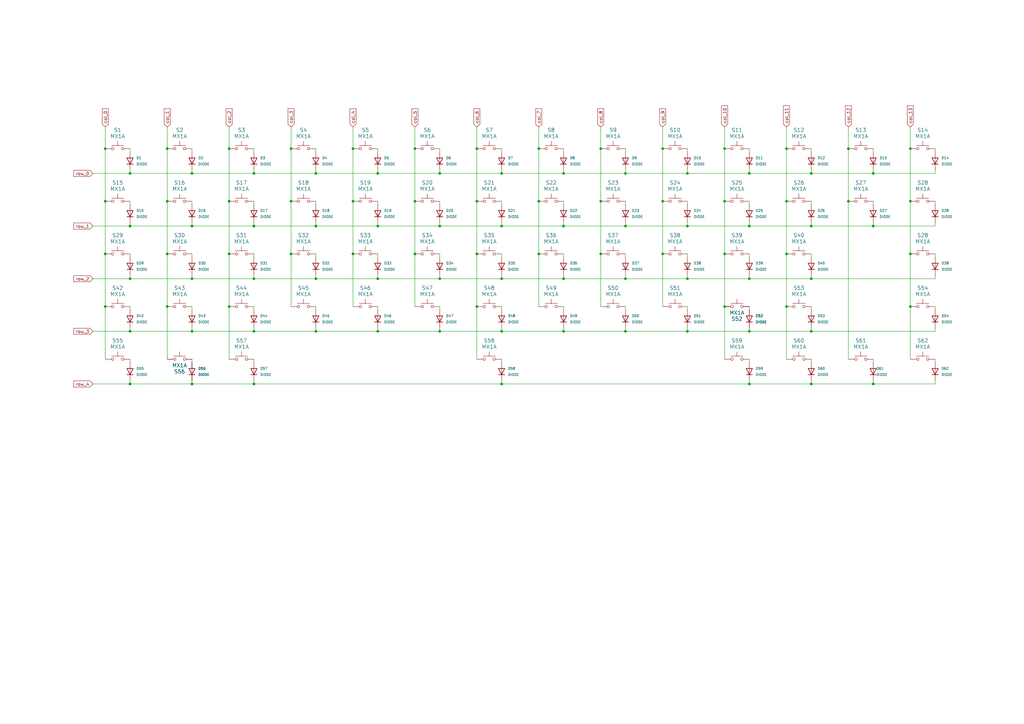
<source format=kicad_sch>
(kicad_sch (version 20231120) (generator "eeschema") (generator_version "8.0")
  (paper "A3")
  (junction (at 78.74 114.3))
  (junction (at 297.18 60.96))
  (junction (at 53.34 71.12))
  (junction (at 129.54 92.71))
  (junction (at 43.18 82.55))
  (junction (at 195.58 125.73))
  (junction (at 180.34 135.89))
  (junction (at 144.78 82.55))
  (junction (at 307.34 157.48))
  (junction (at 154.94 135.89))
  (junction (at 144.78 104.14))
  (junction (at 104.14 92.71))
  (junction (at 170.18 60.96))
  (junction (at 119.38 60.96))
  (junction (at 220.98 82.55))
  (junction (at 93.98 82.55))
  (junction (at 322.58 82.55))
  (junction (at 195.58 104.14))
  (junction (at 373.38 60.96))
  (junction (at 220.98 60.96))
  (junction (at 43.18 104.14))
  (junction (at 231.14 135.89))
  (junction (at 205.74 135.89))
  (junction (at 180.34 114.3))
  (junction (at 256.54 114.3))
  (junction (at 358.14 92.71))
  (junction (at 154.94 92.71))
  (junction (at 68.58 82.55))
  (junction (at 119.38 82.55))
  (junction (at 43.18 60.96))
  (junction (at 154.94 114.3))
  (junction (at 297.18 82.55))
  (junction (at 256.54 92.71))
  (junction (at 144.78 60.96))
  (junction (at 129.54 114.3))
  (junction (at 53.34 92.71))
  (junction (at 180.34 71.12))
  (junction (at 332.74 92.71))
  (junction (at 231.14 71.12))
  (junction (at 297.18 104.14))
  (junction (at 246.38 82.55))
  (junction (at 231.14 92.71))
  (junction (at 68.58 104.14))
  (junction (at 373.38 125.73))
  (junction (at 332.74 157.48))
  (junction (at 271.78 82.55))
  (junction (at 256.54 71.12))
  (junction (at 104.14 71.12))
  (junction (at 322.58 60.96))
  (junction (at 332.74 71.12))
  (junction (at 78.74 92.71))
  (junction (at 53.34 114.3))
  (junction (at 322.58 104.14))
  (junction (at 205.74 157.48))
  (junction (at 220.98 104.14))
  (junction (at 231.14 114.3))
  (junction (at 373.38 104.14))
  (junction (at 93.98 104.14))
  (junction (at 195.58 82.55))
  (junction (at 78.74 135.89))
  (junction (at 205.74 71.12))
  (junction (at 358.14 71.12))
  (junction (at 68.58 60.96))
  (junction (at 347.98 82.55))
  (junction (at 297.18 125.73))
  (junction (at 332.74 114.3))
  (junction (at 129.54 135.89))
  (junction (at 307.34 114.3))
  (junction (at 205.74 92.71))
  (junction (at 78.74 157.48))
  (junction (at 347.98 60.96))
  (junction (at 154.94 71.12))
  (junction (at 307.34 135.89))
  (junction (at 322.58 125.73))
  (junction (at 281.94 114.3))
  (junction (at 281.94 71.12))
  (junction (at 104.14 135.89))
  (junction (at 332.74 135.89))
  (junction (at 53.34 157.48))
  (junction (at 104.14 157.48))
  (junction (at 358.14 157.48))
  (junction (at 104.14 114.3))
  (junction (at 129.54 71.12))
  (junction (at 119.38 104.14))
  (junction (at 68.58 125.73))
  (junction (at 281.94 135.89))
  (junction (at 180.34 92.71))
  (junction (at 170.18 104.14))
  (junction (at 205.74 114.3))
  (junction (at 43.18 125.73))
  (junction (at 246.38 104.14))
  (junction (at 271.78 60.96))
  (junction (at 373.38 82.55))
  (junction (at 195.58 60.96))
  (junction (at 281.94 92.71))
  (junction (at 307.34 71.12))
  (junction (at 170.18 82.55))
  (junction (at 256.54 135.89))
  (junction (at 93.98 60.96))
  (junction (at 93.98 125.73))
  (junction (at 246.38 60.96))
  (junction (at 271.78 104.14))
  (junction (at 78.74 71.12))
  (junction (at 53.34 135.89))
  (junction (at 307.34 92.71))
  (wire (pts (xy 53.34 114.3) (xy 78.74 114.3)))
  (wire (pts (xy 332.74 82.55) (xy 332.74 83.82)))
  (wire (pts (xy 307.34 82.55) (xy 307.34 83.82)))
  (wire (pts (xy 205.74 92.71) (xy 231.14 92.71)))
  (wire (pts (xy 180.34 114.3) (xy 205.74 114.3)))
  (wire (pts (xy 307.34 135.89) (xy 332.74 135.89)))
  (wire (pts (xy 307.34 113.03) (xy 307.34 114.3)))
  (wire (pts (xy 307.34 91.44) (xy 307.34 92.71)))
  (wire (pts (xy 129.54 134.62) (xy 129.54 135.89)))
  (wire (pts (xy 281.94 113.03) (xy 281.94 114.3)))
  (wire (pts (xy 383.54 156.21) (xy 383.54 157.48)))
  (wire (pts (xy 104.14 69.85) (xy 104.14 71.12)))
  (wire (pts (xy 307.34 71.12) (xy 332.74 71.12)))
  (wire (pts (xy 78.74 114.3) (xy 104.14 114.3)))
  (wire (pts (xy 246.38 104.14) (xy 246.38 125.73)))
  (wire (pts (xy 104.14 147.32) (xy 104.14 148.59)))
  (wire (pts (xy 104.14 91.44) (xy 104.14 92.71)))
  (wire (pts (xy 307.34 156.21) (xy 307.34 157.48)))
  (wire (pts (xy 170.18 104.14) (xy 170.18 125.73)))
  (wire (pts (xy 78.74 71.12) (xy 104.14 71.12)))
  (wire (pts (xy 332.74 113.03) (xy 332.74 114.3)))
  (wire (pts (xy 68.58 52.07) (xy 68.58 60.96)))
  (wire (pts (xy 104.14 135.89) (xy 129.54 135.89)))
  (wire (pts (xy 78.74 156.21) (xy 78.74 157.48)))
  (wire (pts (xy 180.34 104.14) (xy 180.34 105.41)))
  (wire (pts (xy 373.38 60.96) (xy 373.38 82.55)))
  (wire (pts (xy 307.34 147.32) (xy 307.34 148.59)))
  (wire (pts (xy 170.18 60.96) (xy 170.18 82.55)))
  (wire (pts (xy 154.94 69.85) (xy 154.94 71.12)))
  (wire (pts (xy 68.58 82.55) (xy 68.58 104.14)))
  (wire (pts (xy 129.54 69.85) (xy 129.54 71.12)))
  (wire (pts (xy 256.54 113.03) (xy 256.54 114.3)))
  (wire (pts (xy 297.18 60.96) (xy 297.18 82.55)))
  (wire (pts (xy 231.14 134.62) (xy 231.14 135.89)))
  (wire (pts (xy 322.58 125.73) (xy 322.58 147.32)))
  (wire (pts (xy 383.54 82.55) (xy 383.54 83.82)))
  (wire (pts (xy 281.94 135.89) (xy 307.34 135.89)))
  (wire (pts (xy 53.34 135.89) (xy 78.74 135.89)))
  (wire (pts (xy 373.38 125.73) (xy 373.38 147.32)))
  (wire (pts (xy 246.38 52.07) (xy 246.38 60.96)))
  (wire (pts (xy 332.74 91.44) (xy 332.74 92.71)))
  (wire (pts (xy 53.34 156.21) (xy 53.34 157.48)))
  (wire (pts (xy 383.54 91.44) (xy 383.54 92.71)))
  (wire (pts (xy 358.14 157.48) (xy 383.54 157.48)))
  (wire (pts (xy 104.14 92.71) (xy 129.54 92.71)))
  (wire (pts (xy 307.34 114.3) (xy 332.74 114.3)))
  (wire (pts (xy 119.38 60.96) (xy 119.38 82.55)))
  (wire (pts (xy 104.14 104.14) (xy 104.14 105.41)))
  (wire (pts (xy 373.38 82.55) (xy 373.38 104.14)))
  (wire (pts (xy 332.74 156.21) (xy 332.74 157.48)))
  (wire (pts (xy 383.54 60.96) (xy 383.54 62.23)))
  (wire (pts (xy 205.74 60.96) (xy 205.74 62.23)))
  (wire (pts (xy 256.54 60.96) (xy 256.54 62.23)))
  (wire (pts (xy 358.14 71.12) (xy 383.54 71.12)))
  (wire (pts (xy 281.94 60.96) (xy 281.94 62.23)))
  (wire (pts (xy 205.74 82.55) (xy 205.74 83.82)))
  (wire (pts (xy 231.14 104.14) (xy 231.14 105.41)))
  (wire (pts (xy 220.98 60.96) (xy 220.98 82.55)))
  (wire (pts (xy 281.94 69.85) (xy 281.94 71.12)))
  (wire (pts (xy 307.34 92.71) (xy 332.74 92.71)))
  (wire (pts (xy 281.94 71.12) (xy 307.34 71.12)))
  (wire (pts (xy 180.34 92.71) (xy 205.74 92.71)))
  (wire (pts (xy 220.98 104.14) (xy 220.98 125.73)))
  (wire (pts (xy 220.98 82.55) (xy 220.98 104.14)))
  (wire (pts (xy 332.74 125.73) (xy 332.74 127)))
  (wire (pts (xy 78.74 147.32) (xy 78.74 148.59)))
  (wire (pts (xy 104.14 113.03) (xy 104.14 114.3)))
  (wire (pts (xy 53.34 134.62) (xy 53.34 135.89)))
  (wire (pts (xy 53.34 125.73) (xy 53.34 127)))
  (wire (pts (xy 38.1 92.71) (xy 53.34 92.71)))
  (wire (pts (xy 154.94 134.62) (xy 154.94 135.89)))
  (wire (pts (xy 271.78 52.07) (xy 271.78 60.96)))
  (wire (pts (xy 383.54 113.03) (xy 383.54 114.3)))
  (wire (pts (xy 170.18 52.07) (xy 170.18 60.96)))
  (wire (pts (xy 271.78 82.55) (xy 271.78 104.14)))
  (wire (pts (xy 332.74 157.48) (xy 358.14 157.48)))
  (wire (pts (xy 53.34 157.48) (xy 78.74 157.48)))
  (wire (pts (xy 78.74 125.73) (xy 78.74 127)))
  (wire (pts (xy 78.74 135.89) (xy 104.14 135.89)))
  (wire (pts (xy 154.94 104.14) (xy 154.94 105.41)))
  (wire (pts (xy 231.14 135.89) (xy 256.54 135.89)))
  (wire (pts (xy 383.54 104.14) (xy 383.54 105.41)))
  (wire (pts (xy 256.54 82.55) (xy 256.54 83.82)))
  (wire (pts (xy 332.74 147.32) (xy 332.74 148.59)))
  (wire (pts (xy 205.74 91.44) (xy 205.74 92.71)))
  (wire (pts (xy 297.18 125.73) (xy 297.18 147.32)))
  (wire (pts (xy 68.58 104.14) (xy 68.58 125.73)))
  (wire (pts (xy 154.94 114.3) (xy 180.34 114.3)))
  (wire (pts (xy 144.78 104.14) (xy 144.78 125.73)))
  (wire (pts (xy 256.54 135.89) (xy 281.94 135.89)))
  (wire (pts (xy 154.94 71.12) (xy 180.34 71.12)))
  (wire (pts (xy 231.14 114.3) (xy 256.54 114.3)))
  (wire (pts (xy 104.14 125.73) (xy 104.14 127)))
  (wire (pts (xy 205.74 69.85) (xy 205.74 71.12)))
  (wire (pts (xy 205.74 113.03) (xy 205.74 114.3)))
  (wire (pts (xy 129.54 114.3) (xy 154.94 114.3)))
  (wire (pts (xy 256.54 92.71) (xy 281.94 92.71)))
  (wire (pts (xy 68.58 125.73) (xy 68.58 147.32)))
  (wire (pts (xy 307.34 69.85) (xy 307.34 71.12)))
  (wire (pts (xy 205.74 147.32) (xy 205.74 148.59)))
  (wire (pts (xy 297.18 104.14) (xy 297.18 125.73)))
  (wire (pts (xy 256.54 71.12) (xy 281.94 71.12)))
  (wire (pts (xy 144.78 82.55) (xy 144.78 104.14)))
  (wire (pts (xy 383.54 125.73) (xy 383.54 127)))
  (wire (pts (xy 220.98 52.07) (xy 220.98 60.96)))
  (wire (pts (xy 180.34 69.85) (xy 180.34 71.12)))
  (wire (pts (xy 93.98 82.55) (xy 93.98 104.14)))
  (wire (pts (xy 347.98 52.07) (xy 347.98 60.96)))
  (wire (pts (xy 358.14 69.85) (xy 358.14 71.12)))
  (wire (pts (xy 38.1 114.3) (xy 53.34 114.3)))
  (wire (pts (xy 358.14 82.55) (xy 358.14 83.82)))
  (wire (pts (xy 129.54 113.03) (xy 129.54 114.3)))
  (wire (pts (xy 231.14 82.55) (xy 231.14 83.82)))
  (wire (pts (xy 322.58 52.07) (xy 322.58 60.96)))
  (wire (pts (xy 154.94 91.44) (xy 154.94 92.71)))
  (wire (pts (xy 154.94 125.73) (xy 154.94 127)))
  (wire (pts (xy 358.14 147.32) (xy 358.14 148.59)))
  (wire (pts (xy 119.38 82.55) (xy 119.38 104.14)))
  (wire (pts (xy 195.58 104.14) (xy 195.58 125.73)))
  (wire (pts (xy 322.58 60.96) (xy 322.58 82.55)))
  (wire (pts (xy 129.54 125.73) (xy 129.54 127)))
  (wire (pts (xy 53.34 69.85) (xy 53.34 71.12)))
  (wire (pts (xy 129.54 60.96) (xy 129.54 62.23)))
  (wire (pts (xy 332.74 114.3) (xy 383.54 114.3)))
  (wire (pts (xy 281.94 114.3) (xy 307.34 114.3)))
  (wire (pts (xy 78.74 91.44) (xy 78.74 92.71)))
  (wire (pts (xy 154.94 60.96) (xy 154.94 62.23)))
  (wire (pts (xy 38.1 157.48) (xy 53.34 157.48)))
  (wire (pts (xy 53.34 104.14) (xy 53.34 105.41)))
  (wire (pts (xy 43.18 125.73) (xy 43.18 147.32)))
  (wire (pts (xy 195.58 60.96) (xy 195.58 82.55)))
  (wire (pts (xy 93.98 52.07) (xy 93.98 60.96)))
  (wire (pts (xy 246.38 82.55) (xy 246.38 104.14)))
  (wire (pts (xy 347.98 60.96) (xy 347.98 82.55)))
  (wire (pts (xy 43.18 60.96) (xy 43.18 82.55)))
  (wire (pts (xy 205.74 125.73) (xy 205.74 127)))
  (wire (pts (xy 144.78 52.07) (xy 144.78 60.96)))
  (wire (pts (xy 246.38 60.96) (xy 246.38 82.55)))
  (wire (pts (xy 205.74 135.89) (xy 231.14 135.89)))
  (wire (pts (xy 231.14 113.03) (xy 231.14 114.3)))
  (wire (pts (xy 307.34 125.73) (xy 307.34 127)))
  (wire (pts (xy 256.54 104.14) (xy 256.54 105.41)))
  (wire (pts (xy 347.98 82.55) (xy 347.98 147.32)))
  (wire (pts (xy 231.14 91.44) (xy 231.14 92.71)))
  (wire (pts (xy 170.18 82.55) (xy 170.18 104.14)))
  (wire (pts (xy 271.78 60.96) (xy 271.78 82.55)))
  (wire (pts (xy 332.74 92.71) (xy 358.14 92.71)))
  (wire (pts (xy 297.18 82.55) (xy 297.18 104.14)))
  (wire (pts (xy 180.34 91.44) (xy 180.34 92.71)))
  (wire (pts (xy 129.54 135.89) (xy 154.94 135.89)))
  (wire (pts (xy 93.98 104.14) (xy 93.98 125.73)))
  (wire (pts (xy 78.74 104.14) (xy 78.74 105.41)))
  (wire (pts (xy 119.38 104.14) (xy 119.38 125.73)))
  (wire (pts (xy 205.74 114.3) (xy 231.14 114.3)))
  (wire (pts (xy 332.74 60.96) (xy 332.74 62.23)))
  (wire (pts (xy 180.34 60.96) (xy 180.34 62.23)))
  (wire (pts (xy 383.54 69.85) (xy 383.54 71.12)))
  (wire (pts (xy 195.58 125.73) (xy 195.58 147.32)))
  (wire (pts (xy 205.74 156.21) (xy 205.74 157.48)))
  (wire (pts (xy 195.58 82.55) (xy 195.58 104.14)))
  (wire (pts (xy 281.94 134.62) (xy 281.94 135.89)))
  (wire (pts (xy 68.58 60.96) (xy 68.58 82.55)))
  (wire (pts (xy 53.34 71.12) (xy 78.74 71.12)))
  (wire (pts (xy 332.74 104.14) (xy 332.74 105.41)))
  (wire (pts (xy 180.34 125.73) (xy 180.34 127)))
  (wire (pts (xy 129.54 82.55) (xy 129.54 83.82)))
  (wire (pts (xy 78.74 60.96) (xy 78.74 62.23)))
  (wire (pts (xy 154.94 113.03) (xy 154.94 114.3)))
  (wire (pts (xy 53.34 147.32) (xy 53.34 148.59)))
  (wire (pts (xy 205.74 104.14) (xy 205.74 105.41)))
  (wire (pts (xy 231.14 92.71) (xy 256.54 92.71)))
  (wire (pts (xy 271.78 104.14) (xy 271.78 125.73)))
  (wire (pts (xy 332.74 134.62) (xy 332.74 135.89)))
  (wire (pts (xy 180.34 71.12) (xy 205.74 71.12)))
  (wire (pts (xy 373.38 52.07) (xy 373.38 60.96)))
  (wire (pts (xy 78.74 134.62) (xy 78.74 135.89)))
  (wire (pts (xy 373.38 104.14) (xy 373.38 125.73)))
  (wire (pts (xy 53.34 113.03) (xy 53.34 114.3)))
  (wire (pts (xy 358.14 156.21) (xy 358.14 157.48)))
  (wire (pts (xy 358.14 92.71) (xy 383.54 92.71)))
  (wire (pts (xy 231.14 69.85) (xy 231.14 71.12)))
  (wire (pts (xy 104.14 156.21) (xy 104.14 157.48)))
  (wire (pts (xy 358.14 60.96) (xy 358.14 62.23)))
  (wire (pts (xy 307.34 104.14) (xy 307.34 105.41)))
  (wire (pts (xy 231.14 125.73) (xy 231.14 127)))
  (wire (pts (xy 281.94 92.71) (xy 307.34 92.71)))
  (wire (pts (xy 78.74 82.55) (xy 78.74 83.82)))
  (wire (pts (xy 104.14 134.62) (xy 104.14 135.89)))
  (wire (pts (xy 322.58 104.14) (xy 322.58 125.73)))
  (wire (pts (xy 332.74 69.85) (xy 332.74 71.12)))
  (wire (pts (xy 129.54 104.14) (xy 129.54 105.41)))
  (wire (pts (xy 53.34 92.71) (xy 78.74 92.71)))
  (wire (pts (xy 307.34 157.48) (xy 332.74 157.48)))
  (wire (pts (xy 231.14 60.96) (xy 231.14 62.23)))
  (wire (pts (xy 129.54 92.71) (xy 154.94 92.71)))
  (wire (pts (xy 180.34 135.89) (xy 205.74 135.89)))
  (wire (pts (xy 180.34 82.55) (xy 180.34 83.82)))
  (wire (pts (xy 205.74 157.48) (xy 307.34 157.48)))
  (wire (pts (xy 281.94 91.44) (xy 281.94 92.71)))
  (wire (pts (xy 104.14 60.96) (xy 104.14 62.23)))
  (wire (pts (xy 256.54 125.73) (xy 256.54 127)))
  (wire (pts (xy 53.34 91.44) (xy 53.34 92.71)))
  (wire (pts (xy 231.14 71.12) (xy 256.54 71.12)))
  (wire (pts (xy 358.14 91.44) (xy 358.14 92.71)))
  (wire (pts (xy 93.98 125.73) (xy 93.98 147.32)))
  (wire (pts (xy 281.94 125.73) (xy 281.94 127)))
  (wire (pts (xy 154.94 92.71) (xy 180.34 92.71)))
  (wire (pts (xy 205.74 134.62) (xy 205.74 135.89)))
  (wire (pts (xy 307.34 60.96) (xy 307.34 62.23)))
  (wire (pts (xy 297.18 52.07) (xy 297.18 60.96)))
  (wire (pts (xy 78.74 113.03) (xy 78.74 114.3)))
  (wire (pts (xy 104.14 82.55) (xy 104.14 83.82)))
  (wire (pts (xy 256.54 69.85) (xy 256.54 71.12)))
  (wire (pts (xy 383.54 147.32) (xy 383.54 148.59)))
  (wire (pts (xy 383.54 134.62) (xy 383.54 135.89)))
  (wire (pts (xy 43.18 82.55) (xy 43.18 104.14)))
  (wire (pts (xy 281.94 82.55) (xy 281.94 83.82)))
  (wire (pts (xy 119.38 52.07) (xy 119.38 60.96)))
  (wire (pts (xy 195.58 52.07) (xy 195.58 60.96)))
  (wire (pts (xy 256.54 91.44) (xy 256.54 92.71)))
  (wire (pts (xy 281.94 104.14) (xy 281.94 105.41)))
  (wire (pts (xy 256.54 134.62) (xy 256.54 135.89)))
  (wire (pts (xy 332.74 71.12) (xy 358.14 71.12)))
  (wire (pts (xy 78.74 69.85) (xy 78.74 71.12)))
  (wire (pts (xy 180.34 134.62) (xy 180.34 135.89)))
  (wire (pts (xy 129.54 91.44) (xy 129.54 92.71)))
  (wire (pts (xy 53.34 82.55) (xy 53.34 83.82)))
  (wire (pts (xy 104.14 157.48) (xy 205.74 157.48)))
  (wire (pts (xy 78.74 92.71) (xy 104.14 92.71)))
  (wire (pts (xy 322.58 82.55) (xy 322.58 104.14)))
  (wire (pts (xy 307.34 134.62) (xy 307.34 135.89)))
  (wire (pts (xy 205.74 71.12) (xy 231.14 71.12)))
  (wire (pts (xy 93.98 60.96) (xy 93.98 82.55)))
  (wire (pts (xy 180.34 113.03) (xy 180.34 114.3)))
  (wire (pts (xy 154.94 135.89) (xy 180.34 135.89)))
  (wire (pts (xy 38.1 71.12) (xy 53.34 71.12)))
  (wire (pts (xy 43.18 104.14) (xy 43.18 125.73)))
  (wire (pts (xy 256.54 114.3) (xy 281.94 114.3)))
  (wire (pts (xy 129.54 71.12) (xy 154.94 71.12)))
  (wire (pts (xy 144.78 60.96) (xy 144.78 82.55)))
  (wire (pts (xy 104.14 114.3) (xy 129.54 114.3)))
  (wire (pts (xy 104.14 71.12) (xy 129.54 71.12)))
  (wire (pts (xy 53.34 60.96) (xy 53.34 62.23)))
  (wire (pts (xy 38.1 135.89) (xy 53.34 135.89)))
  (wire (pts (xy 43.18 52.07) (xy 43.18 60.96)))
  (wire (pts (xy 154.94 82.55) (xy 154.94 83.82)))
  (wire (pts (xy 332.74 135.89) (xy 383.54 135.89)))
  (wire (pts (xy 78.74 157.48) (xy 104.14 157.48)))
  (global_label "row_0" (shape input) (at 38.1 71.12 180) (property "Intersheetrefs" "${INTERSHEET_REFS}" (effects (hide yes))))
  (global_label "col_4" (shape input) (at 144.78 52.07 90) (property "Intersheetrefs" "${INTERSHEET_REFS}" (effects (hide yes))))
  (global_label "col_5" (shape input) (at 170.18 52.07 90) (property "Intersheetrefs" "${INTERSHEET_REFS}" (effects (hide yes))))
  (global_label "col_0" (shape input) (at 43.18 52.07 90) (property "Intersheetrefs" "${INTERSHEET_REFS}" (effects (hide yes))))
  (global_label "col_1" (shape input) (at 68.58 52.07 90) (property "Intersheetrefs" "${INTERSHEET_REFS}" (effects (hide yes))))
  (global_label "col_11" (shape input) (at 322.58 52.07 90) (property "Intersheetrefs" "${INTERSHEET_REFS}" (effects (hide yes))))
  (global_label "row_2" (shape input) (at 38.1 114.3 180) (property "Intersheetrefs" "${INTERSHEET_REFS}" (effects (hide yes))))
  (global_label "col_2" (shape input) (at 93.98 52.07 90) (property "Intersheetrefs" "${INTERSHEET_REFS}" (effects (hide yes))))
  (global_label "col_10" (shape input) (at 297.18 52.07 90) (property "Intersheetrefs" "${INTERSHEET_REFS}" (effects (hide yes))))
  (global_label "col_13" (shape input) (at 373.38 52.07 90) (property "Intersheetrefs" "${INTERSHEET_REFS}" (effects (hide yes))))
  (global_label "col_3" (shape input) (at 119.38 52.07 90) (property "Intersheetrefs" "${INTERSHEET_REFS}" (effects (hide yes))))
  (global_label "col_6" (shape input) (at 195.58 52.07 90) (property "Intersheetrefs" "${INTERSHEET_REFS}" (effects (hide yes))))
  (global_label "col_9" (shape input) (at 271.78 52.07 90) (property "Intersheetrefs" "${INTERSHEET_REFS}" (effects (hide yes))))
  (global_label "col_12" (shape input) (at 347.98 52.07 90) (property "Intersheetrefs" "${INTERSHEET_REFS}" (effects (hide yes))))
  (global_label "row_1" (shape input) (at 38.1 92.71 180) (property "Intersheetrefs" "${INTERSHEET_REFS}" (effects (hide yes))))
  (global_label "row_4" (shape input) (at 38.1 157.48 180) (property "Intersheetrefs" "${INTERSHEET_REFS}" (effects (hide yes))))
  (global_label "col_8" (shape input) (at 246.38 52.07 90) (property "Intersheetrefs" "${INTERSHEET_REFS}" (effects (hide yes))))
  (global_label "col_7" (shape input) (at 220.98 52.07 90) (property "Intersheetrefs" "${INTERSHEET_REFS}" (effects (hide yes))))
  (global_label "row_3" (shape input) (at 38.1 135.89 180) (property "Intersheetrefs" "${INTERSHEET_REFS}" (effects (hide yes))))
  (symbol (lib_id "Device:D") (at 154.94 109.22 90) (unit 1)
    (property "Reference" "D33" (at 157.48 107.9499 90) (effects (font (size 1.016 1.016)) (justify right)))
    (property "Value" "DIODE" (at 157.48 110.4899 90) (effects (font (size 1.016 1.016)) (justify right)))
    (property "Footprint" "Diode_SMD:D_SOD-323_HandSoldering" (effects (hide yes)))
    (property "Description" "Diode" (effects (hide yes)))
    (property "Sim.Device" "D" (effects (hide yes)))
    (property "Sim.Pins" "1=K 2=A" (effects (hide yes)))
  )
  (symbol (lib_id "Device:D") (at 256.54 66.04 90) (unit 1)
    (property "Reference" "D9" (at 259.08 64.7699 90) (effects (font (size 1.016 1.016)) (justify right)))
    (property "Value" "DIODE" (at 259.08 67.3099 90) (effects (font (size 1.016 1.016)) (justify right)))
    (property "Footprint" "Diode_SMD:D_SOD-323_HandSoldering" (effects (hide yes)))
    (property "Description" "Diode" (effects (hide yes)))
    (property "Sim.Device" "D" (effects (hide yes)))
    (property "Sim.Pins" "1=K 2=A" (effects (hide yes)))
  )
  (symbol (lib_id "Device:D") (at 383.54 152.4 90) (unit 1)
    (property "Reference" "D62" (at 386.08 151.1299 90) (effects (font (size 1.016 1.016)) (justify right)))
    (property "Value" "DIODE" (at 386.08 153.6699 90) (effects (font (size 1.016 1.016)) (justify right)))
    (property "Footprint" "Diode_SMD:D_SOD-323_HandSoldering" (effects (hide yes)))
    (property "Description" "Diode" (effects (hide yes)))
    (property "Sim.Device" "D" (effects (hide yes)))
    (property "Sim.Pins" "1=K 2=A" (effects (hide yes)))
  )
  (symbol (lib_id "Device:D") (at 383.54 66.04 90) (unit 1)
    (property "Reference" "D14" (at 386.08 64.7699 90) (effects (font (size 1.016 1.016)) (justify right)))
    (property "Value" "DIODE" (at 386.08 67.3099 90) (effects (font (size 1.016 1.016)) (justify right)))
    (property "Footprint" "Diode_SMD:D_SOD-323_HandSoldering" (effects (hide yes)))
    (property "Description" "Diode" (effects (hide yes)))
    (property "Sim.Device" "D" (effects (hide yes)))
    (property "Sim.Pins" "1=K 2=A" (effects (hide yes)))
  )
  (symbol (lib_id "Switch:SW_Push") (at 251.46 60.96 0) (mirror y) (unit 1)
    (property "Reference" "S9" (at 251.46 53.34 0) (effects (font (size 1.524 1.524))))
    (property "Value" "MX1A" (at 251.46 55.88 0) (effects (font (size 1.524 1.524))))
    (property "Footprint" "PCM_Switch_Keyboard_Hotswap_Kailh:SW_Hotswap_Kailh_MX_Plated_1.00u" (effects (hide yes)))
    (property "Description" "Push button switch, generic, two pins" (effects (hide yes)))
  )
  (symbol (lib_id "Switch:SW_Push") (at 149.86 125.73 0) (mirror y) (unit 1)
    (property "Reference" "S46" (at 149.86 118.11 0) (effects (font (size 1.524 1.524))))
    (property "Value" "MX1A" (at 149.86 120.65 0) (effects (font (size 1.524 1.524))))
    (property "Footprint" "PCM_Switch_Keyboard_Hotswap_Kailh:SW_Hotswap_Kailh_MX_Plated_1.00u" (effects (hide yes)))
    (property "Description" "Push button switch, generic, two pins" (effects (hide yes)))
  )
  (symbol (lib_id "Device:D") (at 78.74 152.4 90) (unit 1)
    (property "Reference" "D56" (at 81.28 151.1299 90) (effects (font (size 1.016 1.016)) (justify right)))
    (property "Value" "DIODE" (at 81.28 153.6699 90) (effects (font (size 1.016 1.016)) (justify right)))
    (property "Footprint" "Diode_SMD:D_SOD-323_HandSoldering" (effects (hide yes)))
    (property "Description" "Diode" (effects (hide yes)))
    (property "Sim.Device" "D" (effects (hide yes)))
    (property "Sim.Pins" "1=K 2=A" (effects (hide yes)))
  )
  (symbol (lib_id "Switch:SW_Push") (at 378.46 60.96 0) (mirror y) (unit 1)
    (property "Reference" "S14" (at 378.46 53.34 0) (effects (font (size 1.524 1.524))))
    (property "Value" "MX1A" (at 378.46 55.88 0) (effects (font (size 1.524 1.524))))
    (property "Footprint" "PCM_Switch_Keyboard_Hotswap_Kailh:SW_Hotswap_Kailh_MX_Plated_2.00u" (effects (hide yes)))
    (property "Description" "Push button switch, generic, two pins" (effects (hide yes)))
  )
  (symbol (lib_id "Switch:SW_Push") (at 73.66 60.96 0) (mirror y) (unit 1)
    (property "Reference" "S2" (at 73.66 53.34 0) (effects (font (size 1.524 1.524))))
    (property "Value" "MX1A" (at 73.66 55.88 0) (effects (font (size 1.524 1.524))))
    (property "Footprint" "PCM_Switch_Keyboard_Hotswap_Kailh:SW_Hotswap_Kailh_MX_Plated_1.00u" (effects (hide yes)))
    (property "Description" "Push button switch, generic, two pins" (effects (hide yes)))
  )
  (symbol (lib_id "Device:D") (at 78.74 130.81 90) (unit 1)
    (property "Reference" "D43" (at 81.28 129.5399 90) (effects (font (size 1.016 1.016)) (justify right)))
    (property "Value" "DIODE" (at 81.28 132.0799 90) (effects (font (size 1.016 1.016)) (justify right)))
    (property "Footprint" "Diode_SMD:D_SOD-323_HandSoldering" (effects (hide yes)))
    (property "Description" "Diode" (effects (hide yes)))
    (property "Sim.Device" "D" (effects (hide yes)))
    (property "Sim.Pins" "1=K 2=A" (effects (hide yes)))
  )
  (symbol (lib_id "Switch:SW_Push") (at 200.66 60.96 0) (mirror y) (unit 1)
    (property "Reference" "S7" (at 200.66 53.34 0) (effects (font (size 1.524 1.524))))
    (property "Value" "MX1A" (at 200.66 55.88 0) (effects (font (size 1.524 1.524))))
    (property "Footprint" "PCM_Switch_Keyboard_Hotswap_Kailh:SW_Hotswap_Kailh_MX_Plated_1.00u" (effects (hide yes)))
    (property "Description" "Push button switch, generic, two pins" (effects (hide yes)))
  )
  (symbol (lib_id "Device:D") (at 53.34 130.81 90) (unit 1)
    (property "Reference" "D42" (at 55.88 129.5399 90) (effects (font (size 1.016 1.016)) (justify right)))
    (property "Value" "DIODE" (at 55.88 132.0799 90) (effects (font (size 1.016 1.016)) (justify right)))
    (property "Footprint" "Diode_SMD:D_SOD-323_HandSoldering" (effects (hide yes)))
    (property "Description" "Diode" (effects (hide yes)))
    (property "Sim.Device" "D" (effects (hide yes)))
    (property "Sim.Pins" "1=K 2=A" (effects (hide yes)))
  )
  (symbol (lib_id "Switch:SW_Push") (at 73.66 82.55 0) (mirror y) (unit 1)
    (property "Reference" "S16" (at 73.66 74.93 0) (effects (font (size 1.524 1.524))))
    (property "Value" "MX1A" (at 73.66 77.47 0) (effects (font (size 1.524 1.524))))
    (property "Footprint" "PCM_Switch_Keyboard_Hotswap_Kailh:SW_Hotswap_Kailh_MX_Plated_1.00u" (effects (hide yes)))
    (property "Description" "Push button switch, generic, two pins" (effects (hide yes)))
  )
  (symbol (lib_id "Switch:SW_Push") (at 99.06 125.73 0) (mirror y) (unit 1)
    (property "Reference" "S44" (at 99.06 118.11 0) (effects (font (size 1.524 1.524))))
    (property "Value" "MX1A" (at 99.06 120.65 0) (effects (font (size 1.524 1.524))))
    (property "Footprint" "PCM_Switch_Keyboard_Hotswap_Kailh:SW_Hotswap_Kailh_MX_Plated_1.00u" (effects (hide yes)))
    (property "Description" "Push button switch, generic, two pins" (effects (hide yes)))
  )
  (symbol (lib_id "Device:D") (at 332.74 152.4 90) (unit 1)
    (property "Reference" "D60" (at 335.28 151.1299 90) (effects (font (size 1.016 1.016)) (justify right)))
    (property "Value" "DIODE" (at 335.28 153.6699 90) (effects (font (size 1.016 1.016)) (justify right)))
    (property "Footprint" "Diode_SMD:D_SOD-323_HandSoldering" (effects (hide yes)))
    (property "Description" "Diode" (effects (hide yes)))
    (property "Sim.Device" "D" (effects (hide yes)))
    (property "Sim.Pins" "1=K 2=A" (effects (hide yes)))
  )
  (symbol (lib_id "Device:D") (at 205.74 152.4 90) (unit 1)
    (property "Reference" "D58" (at 208.28 151.1299 90) (effects (font (size 1.016 1.016)) (justify right)))
    (property "Value" "DIODE" (at 208.28 153.6699 90) (effects (font (size 1.016 1.016)) (justify right)))
    (property "Footprint" "Diode_SMD:D_SOD-323_HandSoldering" (effects (hide yes)))
    (property "Description" "Diode" (effects (hide yes)))
    (property "Sim.Device" "D" (effects (hide yes)))
    (property "Sim.Pins" "1=K 2=A" (effects (hide yes)))
  )
  (symbol (lib_id "Switch:SW_Push") (at 327.66 104.14 0) (mirror y) (unit 1)
    (property "Reference" "S40" (at 327.66 96.52 0) (effects (font (size 1.524 1.524))))
    (property "Value" "MX1A" (at 327.66 99.06 0) (effects (font (size 1.524 1.524))))
    (property "Footprint" "PCM_Switch_Keyboard_Hotswap_Kailh:SW_Hotswap_Kailh_MX_Plated_1.00u" (effects (hide yes)))
    (property "Description" "Push button switch, generic, two pins" (effects (hide yes)))
  )
  (symbol (lib_id "Device:D") (at 281.94 130.81 90) (unit 1)
    (property "Reference" "D51" (at 284.48 129.5399 90) (effects (font (size 1.016 1.016)) (justify right)))
    (property "Value" "DIODE" (at 284.48 132.0799 90) (effects (font (size 1.016 1.016)) (justify right)))
    (property "Footprint" "Diode_SMD:D_SOD-323_HandSoldering" (effects (hide yes)))
    (property "Description" "Diode" (effects (hide yes)))
    (property "Sim.Device" "D" (effects (hide yes)))
    (property "Sim.Pins" "1=K 2=A" (effects (hide yes)))
  )
  (symbol (lib_id "Device:D") (at 205.74 109.22 90) (unit 1)
    (property "Reference" "D35" (at 208.28 107.9499 90) (effects (font (size 1.016 1.016)) (justify right)))
    (property "Value" "DIODE" (at 208.28 110.4899 90) (effects (font (size 1.016 1.016)) (justify right)))
    (property "Footprint" "Diode_SMD:D_SOD-323_HandSoldering" (effects (hide yes)))
    (property "Description" "Diode" (effects (hide yes)))
    (property "Sim.Device" "D" (effects (hide yes)))
    (property "Sim.Pins" "1=K 2=A" (effects (hide yes)))
  )
  (symbol (lib_id "Device:D") (at 104.14 130.81 90) (unit 1)
    (property "Reference" "D44" (at 106.68 129.5399 90) (effects (font (size 1.016 1.016)) (justify right)))
    (property "Value" "DIODE" (at 106.68 132.0799 90) (effects (font (size 1.016 1.016)) (justify right)))
    (property "Footprint" "Diode_SMD:D_SOD-323_HandSoldering" (effects (hide yes)))
    (property "Description" "Diode" (effects (hide yes)))
    (property "Sim.Device" "D" (effects (hide yes)))
    (property "Sim.Pins" "1=K 2=A" (effects (hide yes)))
  )
  (symbol (lib_id "Device:D") (at 383.54 109.22 90) (unit 1)
    (property "Reference" "D28" (at 386.08 107.9499 90) (effects (font (size 1.016 1.016)) (justify right)))
    (property "Value" "DIODE" (at 386.08 110.4899 90) (effects (font (size 1.016 1.016)) (justify right)))
    (property "Footprint" "Diode_SMD:D_SOD-323_HandSoldering" (effects (hide yes)))
    (property "Description" "Diode" (effects (hide yes)))
    (property "Sim.Device" "D" (effects (hide yes)))
    (property "Sim.Pins" "1=K 2=A" (effects (hide yes)))
    (instances (project "PH60" (path "" (reference "D28") (unit 1))) (project "PH60" (path "" (reference "D41") (unit 1))))
  )
  (symbol (lib_id "Device:D") (at 180.34 130.81 90) (unit 1)
    (property "Reference" "D47" (at 182.88 129.5399 90) (effects (font (size 1.016 1.016)) (justify right)))
    (property "Value" "DIODE" (at 182.88 132.0799 90) (effects (font (size 1.016 1.016)) (justify right)))
    (property "Footprint" "Diode_SMD:D_SOD-323_HandSoldering" (effects (hide yes)))
    (property "Description" "Diode" (effects (hide yes)))
    (property "Sim.Device" "D" (effects (hide yes)))
    (property "Sim.Pins" "1=K 2=A" (effects (hide yes)))
  )
  (symbol (lib_id "Switch:SW_Push") (at 73.66 125.73 0) (mirror y) (unit 1)
    (property "Reference" "S43" (at 73.66 118.11 0) (effects (font (size 1.524 1.524))))
    (property "Value" "MX1A" (at 73.66 120.65 0) (effects (font (size 1.524 1.524))))
    (property "Footprint" "PCM_Switch_Keyboard_Hotswap_Kailh:SW_Hotswap_Kailh_MX_Plated_1.00u" (effects (hide yes)))
    (property "Description" "Push button switch, generic, two pins" (effects (hide yes)))
  )
  (symbol (lib_id "Switch:SW_Push") (at 353.06 60.96 0) (mirror y) (unit 1)
    (property "Reference" "S13" (at 353.06 53.34 0) (effects (font (size 1.524 1.524))))
    (property "Value" "MX1A" (at 353.06 55.88 0) (effects (font (size 1.524 1.524))))
    (property "Footprint" "PCM_Switch_Keyboard_Hotswap_Kailh:SW_Hotswap_Kailh_MX_Plated_1.00u" (effects (hide yes)))
    (property "Description" "Push button switch, generic, two pins" (effects (hide yes)))
  )
  (symbol (lib_id "Switch:SW_Push") (at 251.46 82.55 0) (mirror y) (unit 1)
    (property "Reference" "S23" (at 251.46 74.93 0) (effects (font (size 1.524 1.524))))
    (property "Value" "MX1A" (at 251.46 77.47 0) (effects (font (size 1.524 1.524))))
    (property "Footprint" "PCM_Switch_Keyboard_Hotswap_Kailh:SW_Hotswap_Kailh_MX_Plated_1.00u" (effects (hide yes)))
    (property "Description" "Push button switch, generic, two pins" (effects (hide yes)))
  )
  (symbol (lib_id "Device:D") (at 129.54 87.63 90) (unit 1)
    (property "Reference" "D18" (at 132.08 86.3599 90) (effects (font (size 1.016 1.016)) (justify right)))
    (property "Value" "DIODE" (at 132.08 88.8999 90) (effects (font (size 1.016 1.016)) (justify right)))
    (property "Footprint" "Diode_SMD:D_SOD-323_HandSoldering" (effects (hide yes)))
    (property "Description" "Diode" (effects (hide yes)))
    (property "Sim.Device" "D" (effects (hide yes)))
    (property "Sim.Pins" "1=K 2=A" (effects (hide yes)))
  )
  (symbol (lib_id "Device:D") (at 104.14 66.04 90) (unit 1)
    (property "Reference" "D3" (at 106.68 64.7699 90) (effects (font (size 1.016 1.016)) (justify right)))
    (property "Value" "DIODE" (at 106.68 67.3099 90) (effects (font (size 1.016 1.016)) (justify right)))
    (property "Footprint" "Diode_SMD:D_SOD-323_HandSoldering" (effects (hide yes)))
    (property "Description" "Diode" (effects (hide yes)))
    (property "Sim.Device" "D" (effects (hide yes)))
    (property "Sim.Pins" "1=K 2=A" (effects (hide yes)))
  )
  (symbol (lib_id "Device:D") (at 281.94 87.63 90) (unit 1)
    (property "Reference" "D24" (at 284.48 86.3599 90) (effects (font (size 1.016 1.016)) (justify right)))
    (property "Value" "DIODE" (at 284.48 88.8999 90) (effects (font (size 1.016 1.016)) (justify right)))
    (property "Footprint" "Diode_SMD:D_SOD-323_HandSoldering" (effects (hide yes)))
    (property "Description" "Diode" (effects (hide yes)))
    (property "Sim.Device" "D" (effects (hide yes)))
    (property "Sim.Pins" "1=K 2=A" (effects (hide yes)))
  )
  (symbol (lib_id "Device:D") (at 129.54 130.81 90) (unit 1)
    (property "Reference" "D45" (at 132.08 129.5399 90) (effects (font (size 1.016 1.016)) (justify right)))
    (property "Value" "DIODE" (at 132.08 132.0799 90) (effects (font (size 1.016 1.016)) (justify right)))
    (property "Footprint" "Diode_SMD:D_SOD-323_HandSoldering" (effects (hide yes)))
    (property "Description" "Diode" (effects (hide yes)))
    (property "Sim.Device" "D" (effects (hide yes)))
    (property "Sim.Pins" "1=K 2=A" (effects (hide yes)))
  )
  (symbol (lib_id "Device:D") (at 53.34 66.04 90) (unit 1)
    (property "Reference" "D1" (at 55.88 64.7699 90) (effects (font (size 1.016 1.016)) (justify right)))
    (property "Value" "DIODE" (at 55.88 67.3099 90) (effects (font (size 1.016 1.016)) (justify right)))
    (property "Footprint" "Diode_SMD:D_SOD-323_HandSoldering" (effects (hide yes)))
    (property "Description" "Diode" (effects (hide yes)))
    (property "Sim.Device" "D" (effects (hide yes)))
    (property "Sim.Pins" "1=K 2=A" (effects (hide yes)))
  )
  (symbol (lib_id "Switch:SW_Push") (at 200.66 147.32 0) (mirror y) (unit 1)
    (property "Reference" "S58" (at 200.66 139.7 0) (effects (font (size 1.524 1.524))))
    (property "Value" "MX1A" (at 200.66 142.24 0) (effects (font (size 1.524 1.524))))
    (property "Footprint" "PCM_Switch_Keyboard_Hotswap_Kailh:SW_Hotswap_Kailh_MX_Plated_6.25u" (effects (hide yes)))
    (property "Description" "Push button switch, generic, two pins" (effects (hide yes)))
  )
  (symbol (lib_id "Device:D") (at 78.74 109.22 90) (unit 1)
    (property "Reference" "D30" (at 81.28 107.9499 90) (effects (font (size 1.016 1.016)) (justify right)))
    (property "Value" "DIODE" (at 81.28 110.4899 90) (effects (font (size 1.016 1.016)) (justify right)))
    (property "Footprint" "Diode_SMD:D_SOD-323_HandSoldering" (effects (hide yes)))
    (property "Description" "Diode" (effects (hide yes)))
    (property "Sim.Device" "D" (effects (hide yes)))
    (property "Sim.Pins" "1=K 2=A" (effects (hide yes)))
  )
  (symbol (lib_id "Device:D") (at 307.34 66.04 90) (unit 1)
    (property "Reference" "D11" (at 309.88 64.7699 90) (effects (font (size 1.016 1.016)) (justify right)))
    (property "Value" "DIODE" (at 309.88 67.3099 90) (effects (font (size 1.016 1.016)) (justify right)))
    (property "Footprint" "Diode_SMD:D_SOD-323_HandSoldering" (effects (hide yes)))
    (property "Description" "Diode" (effects (hide yes)))
    (property "Sim.Device" "D" (effects (hide yes)))
    (property "Sim.Pins" "1=K 2=A" (effects (hide yes)))
  )
  (symbol (lib_id "Switch:SW_Push") (at 276.86 82.55 0) (mirror y) (unit 1)
    (property "Reference" "S24" (at 276.86 74.93 0) (effects (font (size 1.524 1.524))))
    (property "Value" "MX1A" (at 276.86 77.47 0) (effects (font (size 1.524 1.524))))
    (property "Footprint" "PCM_Switch_Keyboard_Hotswap_Kailh:SW_Hotswap_Kailh_MX_Plated_1.00u" (effects (hide yes)))
    (property "Description" "Push button switch, generic, two pins" (effects (hide yes)))
  )
  (symbol (lib_id "Device:D") (at 129.54 66.04 90) (unit 1)
    (property "Reference" "D4" (at 132.08 64.7699 90) (effects (font (size 1.016 1.016)) (justify right)))
    (property "Value" "DIODE" (at 132.08 67.3099 90) (effects (font (size 1.016 1.016)) (justify right)))
    (property "Footprint" "Diode_SMD:D_SOD-323_HandSoldering" (effects (hide yes)))
    (property "Description" "Diode" (effects (hide yes)))
    (property "Sim.Device" "D" (effects (hide yes)))
    (property "Sim.Pins" "1=K 2=A" (effects (hide yes)))
  )
  (symbol (lib_id "Switch:SW_Push") (at 99.06 147.32 0) (mirror y) (unit 1)
    (property "Reference" "S57" (at 99.06 139.7 0) (effects (font (size 1.524 1.524))))
    (property "Value" "MX1A" (at 99.06 142.24 0) (effects (font (size 1.524 1.524))))
    (property "Footprint" "PCM_Switch_Keyboard_Hotswap_Kailh:SW_Hotswap_Kailh_MX_Plated_1.25u" (effects (hide yes)))
    (property "Description" "Push button switch, generic, two pins" (effects (hide yes)))
  )
  (symbol (lib_id "Switch:SW_Push") (at 124.46 104.14 0) (mirror y) (unit 1)
    (property "Reference" "S32" (at 124.46 96.52 0) (effects (font (size 1.524 1.524))))
    (property "Value" "MX1A" (at 124.46 99.06 0) (effects (font (size 1.524 1.524))))
    (property "Footprint" "PCM_Switch_Keyboard_Hotswap_Kailh:SW_Hotswap_Kailh_MX_Plated_1.00u" (effects (hide yes)))
    (property "Description" "Push button switch, generic, two pins" (effects (hide yes)))
  )
  (symbol (lib_id "Switch:SW_Push") (at 149.86 104.14 0) (mirror y) (unit 1)
    (property "Reference" "S33" (at 149.86 96.52 0) (effects (font (size 1.524 1.524))))
    (property "Value" "MX1A" (at 149.86 99.06 0) (effects (font (size 1.524 1.524))))
    (property "Footprint" "PCM_Switch_Keyboard_Hotswap_Kailh:SW_Hotswap_Kailh_MX_Plated_1.00u" (effects (hide yes)))
    (property "Description" "Push button switch, generic, two pins" (effects (hide yes)))
  )
  (symbol (lib_id "Device:D") (at 358.14 152.4 90) (unit 1)
    (property "Reference" "D61" (at 359.41 151.1299 90) (effects (font (size 1.016 1.016)) (justify right)))
    (property "Value" "DIODE" (at 359.41 153.6699 90) (effects (font (size 1.016 1.016)) (justify right)))
    (property "Footprint" "Diode_SMD:D_SOD-323_HandSoldering" (effects (hide yes)))
    (property "Description" "Diode" (effects (hide yes)))
    (property "Sim.Device" "D" (effects (hide yes)))
    (property "Sim.Pins" "1=K 2=A" (effects (hide yes)))
  )
  (symbol (lib_id "Switch:SW_Push") (at 302.26 82.55 0) (mirror y) (unit 1)
    (property "Reference" "S25" (at 302.26 74.93 0) (effects (font (size 1.524 1.524))))
    (property "Value" "MX1A" (at 302.26 77.47 0) (effects (font (size 1.524 1.524))))
    (property "Footprint" "PCM_Switch_Keyboard_Hotswap_Kailh:SW_Hotswap_Kailh_MX_Plated_1.00u" (effects (hide yes)))
    (property "Description" "Push button switch, generic, two pins" (effects (hide yes)))
  )
  (symbol (lib_id "Switch:SW_Push") (at 353.06 147.32 0) (mirror y) (unit 1)
    (property "Reference" "S61" (at 353.06 139.7 0) (effects (font (size 1.524 1.524))))
    (property "Value" "MX1A" (at 353.06 142.24 0) (effects (font (size 1.524 1.524))))
    (property "Footprint" "PCM_Switch_Keyboard_Hotswap_Kailh:SW_Hotswap_Kailh_MX_Plated_1.25u" (effects (hide yes)))
    (property "Description" "Push button switch, generic, two pins" (effects (hide yes)))
  )
  (symbol (lib_id "Device:D") (at 53.34 87.63 90) (unit 1)
    (property "Reference" "D15" (at 55.88 86.3599 90) (effects (font (size 1.016 1.016)) (justify right)))
    (property "Value" "DIODE" (at 55.88 88.8999 90) (effects (font (size 1.016 1.016)) (justify right)))
    (property "Footprint" "Diode_SMD:D_SOD-323_HandSoldering" (effects (hide yes)))
    (property "Description" "Diode" (effects (hide yes)))
    (property "Sim.Device" "D" (effects (hide yes)))
    (property "Sim.Pins" "1=K 2=A" (effects (hide yes)))
  )
  (symbol (lib_id "Switch:SW_Push") (at 302.26 104.14 0) (mirror y) (unit 1)
    (property "Reference" "S39" (at 302.26 96.52 0) (effects (font (size 1.524 1.524))))
    (property "Value" "MX1A" (at 302.26 99.06 0) (effects (font (size 1.524 1.524))))
    (property "Footprint" "PCM_Switch_Keyboard_Hotswap_Kailh:SW_Hotswap_Kailh_MX_Plated_1.00u" (effects (hide yes)))
    (property "Description" "Push button switch, generic, two pins" (effects (hide yes)))
  )
  (symbol (lib_id "Switch:SW_Push") (at 200.66 104.14 0) (mirror y) (unit 1)
    (property "Reference" "S35" (at 200.66 96.52 0) (effects (font (size 1.524 1.524))))
    (property "Value" "MX1A" (at 200.66 99.06 0) (effects (font (size 1.524 1.524))))
    (property "Footprint" "PCM_Switch_Keyboard_Hotswap_Kailh:SW_Hotswap_Kailh_MX_Plated_1.00u" (effects (hide yes)))
    (property "Description" "Push button switch, generic, two pins" (effects (hide yes)))
  )
  (symbol (lib_id "Switch:SW_Push") (at 226.06 60.96 0) (mirror y) (unit 1)
    (property "Reference" "S8" (at 226.06 53.34 0) (effects (font (size 1.524 1.524))))
    (property "Value" "MX1A" (at 226.06 55.88 0) (effects (font (size 1.524 1.524))))
    (property "Footprint" "PCM_Switch_Keyboard_Hotswap_Kailh:SW_Hotswap_Kailh_MX_Plated_1.00u" (effects (hide yes)))
    (property "Description" "Push button switch, generic, two pins" (effects (hide yes)))
  )
  (symbol (lib_id "Device:D") (at 231.14 130.81 90) (unit 1)
    (property "Reference" "D49" (at 233.68 129.5399 90) (effects (font (size 1.016 1.016)) (justify right)))
    (property "Value" "DIODE" (at 233.68 132.0799 90) (effects (font (size 1.016 1.016)) (justify right)))
    (property "Footprint" "Diode_SMD:D_SOD-323_HandSoldering" (effects (hide yes)))
    (property "Description" "Diode" (effects (hide yes)))
    (property "Sim.Device" "D" (effects (hide yes)))
    (property "Sim.Pins" "1=K 2=A" (effects (hide yes)))
  )
  (symbol (lib_id "Switch:SW_Push") (at 276.86 125.73 0) (mirror y) (unit 1)
    (property "Reference" "S51" (at 276.86 118.11 0) (effects (font (size 1.524 1.524))))
    (property "Value" "MX1A" (at 276.86 120.65 0) (effects (font (size 1.524 1.524))))
    (property "Footprint" "PCM_Switch_Keyboard_Hotswap_Kailh:SW_Hotswap_Kailh_MX_Plated_1.00u" (effects (hide yes)))
    (property "Description" "Push button switch, generic, two pins" (effects (hide yes)))
  )
  (symbol (lib_id "Device:D") (at 231.14 66.04 90) (unit 1)
    (property "Reference" "D8" (at 233.68 64.7699 90) (effects (font (size 1.016 1.016)) (justify right)))
    (property "Value" "DIODE" (at 233.68 67.3099 90) (effects (font (size 1.016 1.016)) (justify right)))
    (property "Footprint" "Diode_SMD:D_SOD-323_HandSoldering" (effects (hide yes)))
    (property "Description" "Diode" (effects (hide yes)))
    (property "Sim.Device" "D" (effects (hide yes)))
    (property "Sim.Pins" "1=K 2=A" (effects (hide yes)))
  )
  (symbol (lib_id "Switch:SW_Push") (at 48.26 60.96 0) (mirror y) (unit 1)
    (property "Reference" "S1" (at 48.26 53.34 0) (effects (font (size 1.524 1.524))))
    (property "Value" "MX1A" (at 48.26 55.88 0) (effects (font (size 1.524 1.524))))
    (property "Footprint" "PCM_Switch_Keyboard_Hotswap_Kailh:SW_Hotswap_Kailh_MX_Plated_1.00u" (effects (hide yes)))
    (property "Description" "Push button switch, generic, two pins" (effects (hide yes)))
  )
  (symbol (lib_id "Device:D") (at 129.54 109.22 90) (unit 1)
    (property "Reference" "D32" (at 132.08 107.9499 90) (effects (font (size 1.016 1.016)) (justify right)))
    (property "Value" "DIODE" (at 132.08 110.4899 90) (effects (font (size 1.016 1.016)) (justify right)))
    (property "Footprint" "Diode_SMD:D_SOD-323_HandSoldering" (effects (hide yes)))
    (property "Description" "Diode" (effects (hide yes)))
    (property "Sim.Device" "D" (effects (hide yes)))
    (property "Sim.Pins" "1=K 2=A" (effects (hide yes)))
  )
  (symbol (lib_id "Switch:SW_Push") (at 124.46 125.73 0) (mirror y) (unit 1)
    (property "Reference" "S45" (at 124.46 118.11 0) (effects (font (size 1.524 1.524))))
    (property "Value" "MX1A" (at 124.46 120.65 0) (effects (font (size 1.524 1.524))))
    (property "Footprint" "PCM_Switch_Keyboard_Hotswap_Kailh:SW_Hotswap_Kailh_MX_Plated_1.00u" (effects (hide yes)))
    (property "Description" "Push button switch, generic, two pins" (effects (hide yes)))
  )
  (symbol (lib_id "Device:D") (at 307.34 130.81 90) (unit 1)
    (property "Reference" "D52" (at 309.88 129.5399 90) (effects (font (size 1.016 1.016)) (justify right)))
    (property "Value" "DIODE" (at 309.88 132.0799 90) (effects (font (size 1.016 1.016)) (justify right)))
    (property "Footprint" "Diode_SMD:D_SOD-323_HandSoldering" (effects (hide yes)))
    (property "Description" "Diode" (effects (hide yes)))
    (property "Sim.Device" "D" (effects (hide yes)))
    (property "Sim.Pins" "1=K 2=A" (effects (hide yes)))
  )
  (symbol (lib_id "Device:D") (at 154.94 87.63 90) (unit 1)
    (property "Reference" "D19" (at 157.48 86.3599 90) (effects (font (size 1.016 1.016)) (justify right)))
    (property "Value" "DIODE" (at 157.48 88.8999 90) (effects (font (size 1.016 1.016)) (justify right)))
    (property "Footprint" "Diode_SMD:D_SOD-323_HandSoldering" (effects (hide yes)))
    (property "Description" "Diode" (effects (hide yes)))
    (property "Sim.Device" "D" (effects (hide yes)))
    (property "Sim.Pins" "1=K 2=A" (effects (hide yes)))
  )
  (symbol (lib_id "Device:D") (at 256.54 130.81 90) (unit 1)
    (property "Reference" "D50" (at 259.08 129.5399 90) (effects (font (size 1.016 1.016)) (justify right)))
    (property "Value" "DIODE" (at 259.08 132.0799 90) (effects (font (size 1.016 1.016)) (justify right)))
    (property "Footprint" "Diode_SMD:D_SOD-323_HandSoldering" (effects (hide yes)))
    (property "Description" "Diode" (effects (hide yes)))
    (property "Sim.Device" "D" (effects (hide yes)))
    (property "Sim.Pins" "1=K 2=A" (effects (hide yes)))
  )
  (symbol (lib_id "Switch:SW_Push") (at 251.46 125.73 0) (mirror y) (unit 1)
    (property "Reference" "S50" (at 251.46 118.11 0) (effects (font (size 1.524 1.524))))
    (property "Value" "MX1A" (at 251.46 120.65 0) (effects (font (size 1.524 1.524))))
    (property "Footprint" "PCM_Switch_Keyboard_Hotswap_Kailh:SW_Hotswap_Kailh_MX_Plated_1.00u" (effects (hide yes)))
    (property "Description" "Push button switch, generic, two pins" (effects (hide yes)))
  )
  (symbol (lib_id "Device:D") (at 307.34 152.4 90) (unit 1)
    (property "Reference" "D59" (at 309.88 151.1299 90) (effects (font (size 1.016 1.016)) (justify right)))
    (property "Value" "DIODE" (at 309.88 153.6699 90) (effects (font (size 1.016 1.016)) (justify right)))
    (property "Footprint" "Diode_SMD:D_SOD-323_HandSoldering" (effects (hide yes)))
    (property "Description" "Diode" (effects (hide yes)))
    (property "Sim.Device" "D" (effects (hide yes)))
    (property "Sim.Pins" "1=K 2=A" (effects (hide yes)))
  )
  (symbol (lib_id "Switch:SW_Push") (at 124.46 60.96 0) (mirror y) (unit 1)
    (property "Reference" "S4" (at 124.46 53.34 0) (effects (font (size 1.524 1.524))))
    (property "Value" "MX1A" (at 124.46 55.88 0) (effects (font (size 1.524 1.524))))
    (property "Footprint" "PCM_Switch_Keyboard_Hotswap_Kailh:SW_Hotswap_Kailh_MX_Plated_1.00u" (effects (hide yes)))
    (property "Description" "Push button switch, generic, two pins" (effects (hide yes)))
  )
  (symbol (lib_id "Switch:SW_Push") (at 200.66 82.55 0) (mirror y) (unit 1)
    (property "Reference" "S21" (at 200.66 74.93 0) (effects (font (size 1.524 1.524))))
    (property "Value" "MX1A" (at 200.66 77.47 0) (effects (font (size 1.524 1.524))))
    (property "Footprint" "PCM_Switch_Keyboard_Hotswap_Kailh:SW_Hotswap_Kailh_MX_Plated_1.00u" (effects (hide yes)))
    (property "Description" "Push button switch, generic, two pins" (effects (hide yes)))
  )
  (symbol (lib_id "Device:D") (at 231.14 87.63 90) (unit 1)
    (property "Reference" "D22" (at 233.68 86.3599 90) (effects (font (size 1.016 1.016)) (justify right)))
    (property "Value" "DIODE" (at 233.68 88.8999 90) (effects (font (size 1.016 1.016)) (justify right)))
    (property "Footprint" "Diode_SMD:D_SOD-323_HandSoldering" (effects (hide yes)))
    (property "Description" "Diode" (effects (hide yes)))
    (property "Sim.Device" "D" (effects (hide yes)))
    (property "Sim.Pins" "1=K 2=A" (effects (hide yes)))
  )
  (symbol (lib_id "Switch:SW_Push") (at 302.26 147.32 0) (mirror y) (unit 1)
    (property "Reference" "S59" (at 302.26 139.7 0) (effects (font (size 1.524 1.524))))
    (property "Value" "MX1A" (at 302.26 142.24 0) (effects (font (size 1.524 1.524))))
    (property "Footprint" "PCM_Switch_Keyboard_Hotswap_Kailh:SW_Hotswap_Kailh_MX_Plated_1.25u" (effects (hide yes)))
    (property "Description" "Push button switch, generic, two pins" (effects (hide yes)))
  )
  (symbol (lib_id "Device:D") (at 205.74 87.63 90) (unit 1)
    (property "Reference" "D21" (at 208.28 86.3599 90) (effects (font (size 1.016 1.016)) (justify right)))
    (property "Value" "DIODE" (at 208.28 88.8999 90) (effects (font (size 1.016 1.016)) (justify right)))
    (property "Footprint" "Diode_SMD:D_SOD-323_HandSoldering" (effects (hide yes)))
    (property "Description" "Diode" (effects (hide yes)))
    (property "Sim.Device" "D" (effects (hide yes)))
    (property "Sim.Pins" "1=K 2=A" (effects (hide yes)))
  )
  (symbol (lib_id "Switch:SW_Push") (at 251.46 104.14 0) (mirror y) (unit 1)
    (property "Reference" "S37" (at 251.46 96.52 0) (effects (font (size 1.524 1.524))))
    (property "Value" "MX1A" (at 251.46 99.06 0) (effects (font (size 1.524 1.524))))
    (property "Footprint" "PCM_Switch_Keyboard_Hotswap_Kailh:SW_Hotswap_Kailh_MX_Plated_1.00u" (effects (hide yes)))
    (property "Description" "Push button switch, generic, two pins" (effects (hide yes)))
  )
  (symbol (lib_id "Switch:SW_Push") (at 200.66 125.73 0) (mirror y) (unit 1)
    (property "Reference" "S48" (at 200.66 118.11 0) (effects (font (size 1.524 1.524))))
    (property "Value" "MX1A" (at 200.66 120.65 0) (effects (font (size 1.524 1.524))))
    (property "Footprint" "PCM_Switch_Keyboard_Hotswap_Kailh:SW_Hotswap_Kailh_MX_Plated_1.00u" (effects (hide yes)))
    (property "Description" "Push button switch, generic, two pins" (effects (hide yes)))
  )
  (symbol (lib_id "Device:D") (at 78.74 87.63 90) (unit 1)
    (property "Reference" "D16" (at 81.28 86.3599 90) (effects (font (size 1.016 1.016)) (justify right)))
    (property "Value" "DIODE" (at 81.28 88.8999 90) (effects (font (size 1.016 1.016)) (justify right)))
    (property "Footprint" "Diode_SMD:D_SOD-323_HandSoldering" (effects (hide yes)))
    (property "Description" "Diode" (effects (hide yes)))
    (property "Sim.Device" "D" (effects (hide yes)))
    (property "Sim.Pins" "1=K 2=A" (effects (hide yes)))
  )
  (symbol (lib_id "Switch:SW_Push") (at 327.66 125.73 0) (mirror y) (unit 1)
    (property "Reference" "S53" (at 327.66 118.11 0) (effects (font (size 1.524 1.524))))
    (property "Value" "MX1A" (at 327.66 120.65 0) (effects (font (size 1.524 1.524))))
    (property "Footprint" "PCM_Switch_Keyboard_Hotswap_Kailh:SW_Hotswap_Kailh_MX_Plated_1.00u" (effects (hide yes)))
    (property "Description" "Push button switch, generic, two pins" (effects (hide yes)))
  )
  (symbol (lib_id "Switch:SW_Push") (at 353.06 82.55 0) (mirror y) (unit 1)
    (property "Reference" "S27" (at 353.06 74.93 0) (effects (font (size 1.524 1.524))))
    (property "Value" "MX1A" (at 353.06 77.47 0) (effects (font (size 1.524 1.524))))
    (property "Footprint" "PCM_Switch_Keyboard_Hotswap_Kailh:SW_Hotswap_Kailh_MX_Plated_1.00u" (effects (hide yes)))
    (property "Description" "Push button switch, generic, two pins" (effects (hide yes)))
  )
  (symbol (lib_id "Switch:SW_Push") (at 73.66 147.32 0) (mirror y) (unit 1)
    (property "Reference" "S56" (at 73.66 152.4 0) (effects (font (size 1.524 1.524))))
    (property "Value" "MX1A" (at 73.66 149.86 0) (effects (font (size 1.524 1.524))))
    (property "Footprint" "PCM_Switch_Keyboard_Hotswap_Kailh:SW_Hotswap_Kailh_MX_Plated_1.25u" (effects (hide yes)))
    (property "Description" "Push button switch, generic, two pins" (effects (hide yes)))
  )
  (symbol (lib_id "Switch:SW_Push") (at 48.26 147.32 0) (mirror y) (unit 1)
    (property "Reference" "S55" (at 48.26 139.7 0) (effects (font (size 1.524 1.524))))
    (property "Value" "MX1A" (at 48.26 142.24 0) (effects (font (size 1.524 1.524))))
    (property "Footprint" "PCM_Switch_Keyboard_Hotswap_Kailh:SW_Hotswap_Kailh_MX_Plated_1.25u" (effects (hide yes)))
    (property "Description" "Push button switch, generic, two pins" (effects (hide yes)))
  )
  (symbol (lib_id "Switch:SW_Push") (at 302.26 125.73 0) (mirror y) (unit 1)
    (property "Reference" "S52" (at 302.26 130.81 0) (effects (font (size 1.524 1.524))))
    (property "Value" "MX1A" (at 302.26 128.27 0) (effects (font (size 1.524 1.524))))
    (property "Footprint" "PCM_Switch_Keyboard_Hotswap_Kailh:SW_Hotswap_Kailh_MX_Plated_1.00u" (effects (hide yes)))
    (property "Description" "Push button switch, generic, two pins" (effects (hide yes)))
  )
  (symbol (lib_id "Switch:SW_Push") (at 149.86 82.55 0) (mirror y) (unit 1)
    (property "Reference" "S19" (at 149.86 74.93 0) (effects (font (size 1.524 1.524))))
    (property "Value" "MX1A" (at 149.86 77.47 0) (effects (font (size 1.524 1.524))))
    (property "Footprint" "PCM_Switch_Keyboard_Hotswap_Kailh:SW_Hotswap_Kailh_MX_Plated_1.00u" (effects (hide yes)))
    (property "Description" "Push button switch, generic, two pins" (effects (hide yes)))
  )
  (symbol (lib_id "Device:D") (at 332.74 109.22 90) (unit 1)
    (property "Reference" "D40" (at 335.28 107.9499 90) (effects (font (size 1.016 1.016)) (justify right)))
    (property "Value" "DIODE" (at 335.28 110.4899 90) (effects (font (size 1.016 1.016)) (justify right)))
    (property "Footprint" "Diode_SMD:D_SOD-323_HandSoldering" (effects (hide yes)))
    (property "Description" "Diode" (effects (hide yes)))
    (property "Sim.Device" "D" (effects (hide yes)))
    (property "Sim.Pins" "1=K 2=A" (effects (hide yes)))
  )
  (symbol (lib_id "Switch:SW_Push") (at 276.86 60.96 0) (mirror y) (unit 1)
    (property "Reference" "S10" (at 276.86 53.34 0) (effects (font (size 1.524 1.524))))
    (property "Value" "MX1A" (at 276.86 55.88 0) (effects (font (size 1.524 1.524))))
    (property "Footprint" "PCM_Switch_Keyboard_Hotswap_Kailh:SW_Hotswap_Kailh_MX_Plated_1.00u" (effects (hide yes)))
    (property "Description" "Push button switch, generic, two pins" (effects (hide yes)))
  )
  (symbol (lib_id "Switch:SW_Push") (at 73.66 104.14 0) (mirror y) (unit 1)
    (property "Reference" "S30" (at 73.66 96.52 0) (effects (font (size 1.524 1.524))))
    (property "Value" "MX1A" (at 73.66 99.06 0) (effects (font (size 1.524 1.524))))
    (property "Footprint" "PCM_Switch_Keyboard_Hotswap_Kailh:SW_Hotswap_Kailh_MX_Plated_1.00u" (effects (hide yes)))
    (property "Description" "Push button switch, generic, two pins" (effects (hide yes)))
  )
  (symbol (lib_id "Switch:SW_Push") (at 48.26 125.73 0) (mirror y) (unit 1)
    (property "Reference" "S42" (at 48.26 118.11 0) (effects (font (size 1.524 1.524))))
    (property "Value" "MX1A" (at 48.26 120.65 0) (effects (font (size 1.524 1.524))))
    (property "Footprint" "PCM_Switch_Keyboard_Hotswap_Kailh:SW_Hotswap_Kailh_MX_Plated_1.25u" (effects (hide yes)))
    (property "Description" "Push button switch, generic, two pins" (effects (hide yes)))
  )
  (symbol (lib_id "Switch:SW_Push") (at 99.06 60.96 0) (mirror y) (unit 1)
    (property "Reference" "S3" (at 99.06 53.34 0) (effects (font (size 1.524 1.524))))
    (property "Value" "MX1A" (at 99.06 55.88 0) (effects (font (size 1.524 1.524))))
    (property "Footprint" "PCM_Switch_Keyboard_Hotswap_Kailh:SW_Hotswap_Kailh_MX_Plated_1.00u" (effects (hide yes)))
    (property "Description" "Push button switch, generic, two pins" (effects (hide yes)))
  )
  (symbol (lib_id "Switch:SW_Push") (at 99.06 104.14 0) (mirror y) (unit 1)
    (property "Reference" "S31" (at 99.06 96.52 0) (effects (font (size 1.524 1.524))))
    (property "Value" "MX1A" (at 99.06 99.06 0) (effects (font (size 1.524 1.524))))
    (property "Footprint" "PCM_Switch_Keyboard_Hotswap_Kailh:SW_Hotswap_Kailh_MX_Plated_1.00u" (effects (hide yes)))
    (property "Description" "Push button switch, generic, two pins" (effects (hide yes)))
  )
  (symbol (lib_id "Switch:SW_Push") (at 378.46 147.32 0) (mirror y) (unit 1)
    (property "Reference" "S62" (at 378.46 139.7 0) (effects (font (size 1.524 1.524))))
    (property "Value" "MX1A" (at 378.46 142.24 0) (effects (font (size 1.524 1.524))))
    (property "Footprint" "PCM_Switch_Keyboard_Hotswap_Kailh:SW_Hotswap_Kailh_MX_Plated_1.25u" (effects (hide yes)))
    (property "Description" "Push button switch, generic, two pins" (effects (hide yes)))
  )
  (symbol (lib_id "Device:D") (at 332.74 130.81 90) (unit 1)
    (property "Reference" "D53" (at 335.28 129.5399 90) (effects (font (size 1.016 1.016)) (justify right)))
    (property "Value" "DIODE" (at 335.28 132.0799 90) (effects (font (size 1.016 1.016)) (justify right)))
    (property "Footprint" "Diode_SMD:D_SOD-323_HandSoldering" (effects (hide yes)))
    (property "Description" "Diode" (effects (hide yes)))
    (property "Sim.Device" "D" (effects (hide yes)))
    (property "Sim.Pins" "1=K 2=A" (effects (hide yes)))
  )
  (symbol (lib_id "Device:D") (at 104.14 109.22 90) (unit 1)
    (property "Reference" "D31" (at 106.68 107.9499 90) (effects (font (size 1.016 1.016)) (justify right)))
    (property "Value" "DIODE" (at 106.68 110.4899 90) (effects (font (size 1.016 1.016)) (justify right)))
    (property "Footprint" "Diode_SMD:D_SOD-323_HandSoldering" (effects (hide yes)))
    (property "Description" "Diode" (effects (hide yes)))
    (property "Sim.Device" "D" (effects (hide yes)))
    (property "Sim.Pins" "1=K 2=A" (effects (hide yes)))
  )
  (symbol (lib_id "Device:D") (at 180.34 109.22 90) (unit 1)
    (property "Reference" "D34" (at 182.88 107.9499 90) (effects (font (size 1.016 1.016)) (justify right)))
    (property "Value" "DIODE" (at 182.88 110.4899 90) (effects (font (size 1.016 1.016)) (justify right)))
    (property "Footprint" "Diode_SMD:D_SOD-323_HandSoldering" (effects (hide yes)))
    (property "Description" "Diode" (effects (hide yes)))
    (property "Sim.Device" "D" (effects (hide yes)))
    (property "Sim.Pins" "1=K 2=A" (effects (hide yes)))
  )
  (symbol (lib_id "Device:D") (at 53.34 152.4 90) (unit 1)
    (property "Reference" "D55" (at 55.88 151.1299 90) (effects (font (size 1.016 1.016)) (justify right)))
    (property "Value" "DIODE" (at 55.88 153.6699 90) (effects (font (size 1.016 1.016)) (justify right)))
    (property "Footprint" "Diode_SMD:D_SOD-323_HandSoldering" (effects (hide yes)))
    (property "Description" "Diode" (effects (hide yes)))
    (property "Sim.Device" "D" (effects (hide yes)))
    (property "Sim.Pins" "1=K 2=A" (effects (hide yes)))
  )
  (symbol (lib_id "Device:D") (at 281.94 66.04 90) (unit 1)
    (property "Reference" "D10" (at 284.48 64.7699 90) (effects (font (size 1.016 1.016)) (justify right)))
    (property "Value" "DIODE" (at 284.48 67.3099 90) (effects (font (size 1.016 1.016)) (justify right)))
    (property "Footprint" "Diode_SMD:D_SOD-323_HandSoldering" (effects (hide yes)))
    (property "Description" "Diode" (effects (hide yes)))
    (property "Sim.Device" "D" (effects (hide yes)))
    (property "Sim.Pins" "1=K 2=A" (effects (hide yes)))
  )
  (symbol (lib_id "Device:D") (at 332.74 66.04 90) (unit 1)
    (property "Reference" "D12" (at 335.28 64.7699 90) (effects (font (size 1.016 1.016)) (justify right)))
    (property "Value" "DIODE" (at 335.28 67.3099 90) (effects (font (size 1.016 1.016)) (justify right)))
    (property "Footprint" "Diode_SMD:D_SOD-323_HandSoldering" (effects (hide yes)))
    (property "Description" "Diode" (effects (hide yes)))
    (property "Sim.Device" "D" (effects (hide yes)))
    (property "Sim.Pins" "1=K 2=A" (effects (hide yes)))
  )
  (symbol (lib_id "Switch:SW_Push") (at 378.46 104.14 0) (mirror y) (unit 1)
    (property "Reference" "S28" (at 378.46 96.52 0) (effects (font (size 1.524 1.524))))
    (property "Value" "MX1A" (at 378.46 99.06 0) (effects (font (size 1.524 1.524))))
    (property "Footprint" "PCM_Switch_Keyboard_Hotswap_Kailh:SW_Hotswap_Kailh_MX_Plated_2.25u" (effects (hide yes)))
    (property "Description" "Push button switch, generic, two pins" (effects (hide yes)))
    (instances (project "PH60" (path "" (reference "S28") (unit 1))) (project "PH60" (path "" (reference "S41") (unit 1))))
  )
  (symbol (lib_id "Device:D") (at 53.34 109.22 90) (unit 1)
    (property "Reference" "D29" (at 55.88 107.9499 90) (effects (font (size 1.016 1.016)) (justify right)))
    (property "Value" "DIODE" (at 55.88 110.4899 90) (effects (font (size 1.016 1.016)) (justify right)))
    (property "Footprint" "Diode_SMD:D_SOD-323_HandSoldering" (effects (hide yes)))
    (property "Description" "Diode" (effects (hide yes)))
    (property "Sim.Device" "D" (effects (hide yes)))
    (property "Sim.Pins" "1=K 2=A" (effects (hide yes)))
  )
  (symbol (lib_id "Switch:SW_Push") (at 48.26 104.14 0) (mirror y) (unit 1)
    (property "Reference" "S29" (at 48.26 96.52 0) (effects (font (size 1.524 1.524))))
    (property "Value" "MX1A" (at 48.26 99.06 0) (effects (font (size 1.524 1.524))))
    (property "Footprint" "PCM_Switch_Keyboard_Hotswap_Kailh:SW_Hotswap_Kailh_MX_Plated_1.75u" (effects (hide yes)))
    (property "Description" "Push button switch, generic, two pins" (effects (hide yes)))
  )
  (symbol (lib_id "Switch:SW_Push") (at 226.06 82.55 0) (mirror y) (unit 1)
    (property "Reference" "S22" (at 226.06 74.93 0) (effects (font (size 1.524 1.524))))
    (property "Value" "MX1A" (at 226.06 77.47 0) (effects (font (size 1.524 1.524))))
    (property "Footprint" "PCM_Switch_Keyboard_Hotswap_Kailh:SW_Hotswap_Kailh_MX_Plated_1.00u" (effects (hide yes)))
    (property "Description" "Push button switch, generic, two pins" (effects (hide yes)))
  )
  (symbol (lib_id "Device:D") (at 307.34 109.22 90) (unit 1)
    (property "Reference" "D39" (at 309.88 107.9499 90) (effects (font (size 1.016 1.016)) (justify right)))
    (property "Value" "DIODE" (at 309.88 110.4899 90) (effects (font (size 1.016 1.016)) (justify right)))
    (property "Footprint" "Diode_SMD:D_SOD-323_HandSoldering" (effects (hide yes)))
    (property "Description" "Diode" (effects (hide yes)))
    (property "Sim.Device" "D" (effects (hide yes)))
    (property "Sim.Pins" "1=K 2=A" (effects (hide yes)))
  )
  (symbol (lib_id "Device:D") (at 180.34 66.04 90) (unit 1)
    (property "Reference" "D6" (at 182.88 64.7699 90) (effects (font (size 1.016 1.016)) (justify right)))
    (property "Value" "DIODE" (at 182.88 67.3099 90) (effects (font (size 1.016 1.016)) (justify right)))
    (property "Footprint" "Diode_SMD:D_SOD-323_HandSoldering" (effects (hide yes)))
    (property "Description" "Diode" (effects (hide yes)))
    (property "Sim.Device" "D" (effects (hide yes)))
    (property "Sim.Pins" "1=K 2=A" (effects (hide yes)))
  )
  (symbol (lib_id "Switch:SW_Push") (at 175.26 60.96 0) (mirror y) (unit 1)
    (property "Reference" "S6" (at 175.26 53.34 0) (effects (font (size 1.524 1.524))))
    (property "Value" "MX1A" (at 175.26 55.88 0) (effects (font (size 1.524 1.524))))
    (property "Footprint" "PCM_Switch_Keyboard_Hotswap_Kailh:SW_Hotswap_Kailh_MX_Plated_1.00u" (effects (hide yes)))
    (property "Description" "Push button switch, generic, two pins" (effects (hide yes)))
  )
  (symbol (lib_id "Device:D") (at 256.54 87.63 90) (unit 1)
    (property "Reference" "D23" (at 259.08 86.3599 90) (effects (font (size 1.016 1.016)) (justify right)))
    (property "Value" "DIODE" (at 259.08 88.8999 90) (effects (font (size 1.016 1.016)) (justify right)))
    (property "Footprint" "Diode_SMD:D_SOD-323_HandSoldering" (effects (hide yes)))
    (property "Description" "Diode" (effects (hide yes)))
    (property "Sim.Device" "D" (effects (hide yes)))
    (property "Sim.Pins" "1=K 2=A" (effects (hide yes)))
  )
  (symbol (lib_id "Device:D") (at 231.14 109.22 90) (unit 1)
    (property "Reference" "D36" (at 233.68 107.9499 90) (effects (font (size 1.016 1.016)) (justify right)))
    (property "Value" "DIODE" (at 233.68 110.4899 90) (effects (font (size 1.016 1.016)) (justify right)))
    (property "Footprint" "Diode_SMD:D_SOD-323_HandSoldering" (effects (hide yes)))
    (property "Description" "Diode" (effects (hide yes)))
    (property "Sim.Device" "D" (effects (hide yes)))
    (property "Sim.Pins" "1=K 2=A" (effects (hide yes)))
  )
  (symbol (lib_id "Switch:SW_Push") (at 48.26 82.55 0) (mirror y) (unit 1)
    (property "Reference" "S15" (at 48.26 74.93 0) (effects (font (size 1.524 1.524))))
    (property "Value" "MX1A" (at 48.26 77.47 0) (effects (font (size 1.524 1.524))))
    (property "Footprint" "PCM_Switch_Keyboard_Hotswap_Kailh:SW_Hotswap_Kailh_MX_Plated_1.50u" (effects (hide yes)))
    (property "Description" "Push button switch, generic, two pins" (effects (hide yes)))
  )
  (symbol (lib_id "Switch:SW_Push") (at 124.46 82.55 0) (mirror y) (unit 1)
    (property "Reference" "S18" (at 124.46 74.93 0) (effects (font (size 1.524 1.524))))
    (property "Value" "MX1A" (at 124.46 77.47 0) (effects (font (size 1.524 1.524))))
    (property "Footprint" "PCM_Switch_Keyboard_Hotswap_Kailh:SW_Hotswap_Kailh_MX_Plated_1.00u" (effects (hide yes)))
    (property "Description" "Push button switch, generic, two pins" (effects (hide yes)))
  )
  (symbol (lib_id "Switch:SW_Push") (at 302.26 60.96 0) (mirror y) (unit 1)
    (property "Reference" "S11" (at 302.26 53.34 0) (effects (font (size 1.524 1.524))))
    (property "Value" "MX1A" (at 302.26 55.88 0) (effects (font (size 1.524 1.524))))
    (property "Footprint" "PCM_Switch_Keyboard_Hotswap_Kailh:SW_Hotswap_Kailh_MX_Plated_1.00u" (effects (hide yes)))
    (property "Description" "Push button switch, generic, two pins" (effects (hide yes)))
  )
  (symbol (lib_id "Device:D") (at 154.94 130.81 90) (unit 1)
    (property "Reference" "D46" (at 157.48 129.5399 90) (effects (font (size 1.016 1.016)) (justify right)))
    (property "Value" "DIODE" (at 157.48 132.0799 90) (effects (font (size 1.016 1.016)) (justify right)))
    (property "Footprint" "Diode_SMD:D_SOD-323_HandSoldering" (effects (hide yes)))
    (property "Description" "Diode" (effects (hide yes)))
    (property "Sim.Device" "D" (effects (hide yes)))
    (property "Sim.Pins" "1=K 2=A" (effects (hide yes)))
  )
  (symbol (lib_id "Switch:SW_Push") (at 327.66 147.32 0) (mirror y) (unit 1)
    (property "Reference" "S60" (at 327.66 139.7 0) (effects (font (size 1.524 1.524))))
    (property "Value" "MX1A" (at 327.66 142.24 0) (effects (font (size 1.524 1.524))))
    (property "Footprint" "PCM_Switch_Keyboard_Hotswap_Kailh:SW_Hotswap_Kailh_MX_Plated_1.25u" (effects (hide yes)))
    (property "Description" "Push button switch, generic, two pins" (effects (hide yes)))
  )
  (symbol (lib_id "Switch:SW_Push") (at 327.66 60.96 0) (mirror y) (unit 1)
    (property "Reference" "S12" (at 327.66 53.34 0) (effects (font (size 1.524 1.524))))
    (property "Value" "MX1A" (at 327.66 55.88 0) (effects (font (size 1.524 1.524))))
    (property "Footprint" "PCM_Switch_Keyboard_Hotswap_Kailh:SW_Hotswap_Kailh_MX_Plated_1.00u" (effects (hide yes)))
    (property "Description" "Push button switch, generic, two pins" (effects (hide yes)))
  )
  (symbol (lib_id "Device:D") (at 307.34 87.63 90) (unit 1)
    (property "Reference" "D25" (at 309.88 86.3599 90) (effects (font (size 1.016 1.016)) (justify right)))
    (property "Value" "DIODE" (at 309.88 88.8999 90) (effects (font (size 1.016 1.016)) (justify right)))
    (property "Footprint" "Diode_SMD:D_SOD-323_HandSoldering" (effects (hide yes)))
    (property "Description" "Diode" (effects (hide yes)))
    (property "Sim.Device" "D" (effects (hide yes)))
    (property "Sim.Pins" "1=K 2=A" (effects (hide yes)))
  )
  (symbol (lib_id "Switch:SW_Push") (at 149.86 60.96 0) (mirror y) (unit 1)
    (property "Reference" "S5" (at 149.86 53.34 0) (effects (font (size 1.524 1.524))))
    (property "Value" "MX1A" (at 149.86 55.88 0) (effects (font (size 1.524 1.524))))
    (property "Footprint" "PCM_Switch_Keyboard_Hotswap_Kailh:SW_Hotswap_Kailh_MX_Plated_1.00u" (effects (hide yes)))
    (property "Description" "Push button switch, generic, two pins" (effects (hide yes)))
  )
  (symbol (lib_id "Device:D") (at 256.54 109.22 90) (unit 1)
    (property "Reference" "D37" (at 259.08 107.9499 90) (effects (font (size 1.016 1.016)) (justify right)))
    (property "Value" "DIODE" (at 259.08 110.4899 90) (effects (font (size 1.016 1.016)) (justify right)))
    (property "Footprint" "Diode_SMD:D_SOD-323_HandSoldering" (effects (hide yes)))
    (property "Description" "Diode" (effects (hide yes)))
    (property "Sim.Device" "D" (effects (hide yes)))
    (property "Sim.Pins" "1=K 2=A" (effects (hide yes)))
  )
  (symbol (lib_id "Switch:SW_Push") (at 175.26 82.55 0) (mirror y) (unit 1)
    (property "Reference" "S20" (at 175.26 74.93 0) (effects (font (size 1.524 1.524))))
    (property "Value" "MX1A" (at 175.26 77.47 0) (effects (font (size 1.524 1.524))))
    (property "Footprint" "PCM_Switch_Keyboard_Hotswap_Kailh:SW_Hotswap_Kailh_MX_Plated_1.00u" (effects (hide yes)))
    (property "Description" "Push button switch, generic, two pins" (effects (hide yes)))
  )
  (symbol (lib_id "Switch:SW_Push") (at 327.66 82.55 0) (mirror y) (unit 1)
    (property "Reference" "S26" (at 327.66 74.93 0) (effects (font (size 1.524 1.524))))
    (property "Value" "MX1A" (at 327.66 77.47 0) (effects (font (size 1.524 1.524))))
    (property "Footprint" "PCM_Switch_Keyboard_Hotswap_Kailh:SW_Hotswap_Kailh_MX_Plated_1.00u" (effects (hide yes)))
    (property "Description" "Push button switch, generic, two pins" (effects (hide yes)))
  )
  (symbol (lib_id "Device:D") (at 104.14 87.63 90) (unit 1)
    (property "Reference" "D17" (at 106.68 86.3599 90) (effects (font (size 1.016 1.016)) (justify right)))
    (property "Value" "DIODE" (at 106.68 88.8999 90) (effects (font (size 1.016 1.016)) (justify right)))
    (property "Footprint" "Diode_SMD:D_SOD-323_HandSoldering" (effects (hide yes)))
    (property "Description" "Diode" (effects (hide yes)))
    (property "Sim.Device" "D" (effects (hide yes)))
    (property "Sim.Pins" "1=K 2=A" (effects (hide yes)))
  )
  (symbol (lib_id "Device:D") (at 205.74 130.81 90) (unit 1)
    (property "Reference" "D48" (at 208.28 129.5399 90) (effects (font (size 1.016 1.016)) (justify right)))
    (property "Value" "DIODE" (at 208.28 132.0799 90) (effects (font (size 1.016 1.016)) (justify right)))
    (property "Footprint" "Diode_SMD:D_SOD-323_HandSoldering" (effects (hide yes)))
    (property "Description" "Diode" (effects (hide yes)))
    (property "Sim.Device" "D" (effects (hide yes)))
    (property "Sim.Pins" "1=K 2=A" (effects (hide yes)))
  )
  (symbol (lib_id "Device:D") (at 154.94 66.04 90) (unit 1)
    (property "Reference" "D5" (at 157.48 64.7699 90) (effects (font (size 1.016 1.016)) (justify right)))
    (property "Value" "DIODE" (at 157.48 67.3099 90) (effects (font (size 1.016 1.016)) (justify right)))
    (property "Footprint" "Diode_SMD:D_SOD-323_HandSoldering" (effects (hide yes)))
    (property "Description" "Diode" (effects (hide yes)))
    (property "Sim.Device" "D" (effects (hide yes)))
    (property "Sim.Pins" "1=K 2=A" (effects (hide yes)))
  )
  (symbol (lib_id "Device:D") (at 383.54 87.63 90) (unit 1)
    (property "Reference" "D28" (at 386.08 86.3599 90) (effects (font (size 1.016 1.016)) (justify right)))
    (property "Value" "DIODE" (at 386.08 88.8999 90) (effects (font (size 1.016 1.016)) (justify right)))
    (property "Footprint" "Diode_SMD:D_SOD-323_HandSoldering" (effects (hide yes)))
    (property "Description" "Diode" (effects (hide yes)))
    (property "Sim.Device" "D" (effects (hide yes)))
    (property "Sim.Pins" "1=K 2=A" (effects (hide yes)))
  )
  (symbol (lib_id "Device:D") (at 104.14 152.4 90) (unit 1)
    (property "Reference" "D57" (at 106.68 151.1299 90) (effects (font (size 1.016 1.016)) (justify right)))
    (property "Value" "DIODE" (at 106.68 153.6699 90) (effects (font (size 1.016 1.016)) (justify right)))
    (property "Footprint" "Diode_SMD:D_SOD-323_HandSoldering" (effects (hide yes)))
    (property "Description" "Diode" (effects (hide yes)))
    (property "Sim.Device" "D" (effects (hide yes)))
    (property "Sim.Pins" "1=K 2=A" (effects (hide yes)))
  )
  (symbol (lib_id "Switch:SW_Push") (at 378.46 125.73 0) (mirror y) (unit 1)
    (property "Reference" "S54" (at 378.46 118.11 0) (effects (font (size 1.524 1.524))))
    (property "Value" "MX1A" (at 378.46 120.65 0) (effects (font (size 1.524 1.524))))
    (property "Footprint" "PCM_Switch_Keyboard_Hotswap_Kailh:SW_Hotswap_Kailh_MX_Plated_2.75u" (effects (hide yes)))
    (property "Description" "Push button switch, generic, two pins" (effects (hide yes)))
  )
  (symbol (lib_id "Switch:SW_Push") (at 99.06 82.55 0) (mirror y) (unit 1)
    (property "Reference" "S17" (at 99.06 74.93 0) (effects (font (size 1.524 1.524))))
    (property "Value" "MX1A" (at 99.06 77.47 0) (effects (font (size 1.524 1.524))))
    (property "Footprint" "PCM_Switch_Keyboard_Hotswap_Kailh:SW_Hotswap_Kailh_MX_Plated_1.00u" (effects (hide yes)))
    (property "Description" "Push button switch, generic, two pins" (effects (hide yes)))
  )
  (symbol (lib_id "Device:D") (at 358.14 66.04 90) (unit 1)
    (property "Reference" "D13" (at 360.68 64.7699 90) (effects (font (size 1.016 1.016)) (justify right)))
    (property "Value" "DIODE" (at 360.68 67.3099 90) (effects (font (size 1.016 1.016)) (justify right)))
    (property "Footprint" "Diode_SMD:D_SOD-323_HandSoldering" (effects (hide yes)))
    (property "Description" "Diode" (effects (hide yes)))
    (property "Sim.Device" "D" (effects (hide yes)))
    (property "Sim.Pins" "1=K 2=A" (effects (hide yes)))
  )
  (symbol (lib_id "Device:D") (at 358.14 87.63 90) (unit 1)
    (property "Reference" "D27" (at 360.68 86.3599 90) (effects (font (size 1.016 1.016)) (justify right)))
    (property "Value" "DIODE" (at 360.68 88.8999 90) (effects (font (size 1.016 1.016)) (justify right)))
    (property "Footprint" "Diode_SMD:D_SOD-323_HandSoldering" (effects (hide yes)))
    (property "Description" "Diode" (effects (hide yes)))
    (property "Sim.Device" "D" (effects (hide yes)))
    (property "Sim.Pins" "1=K 2=A" (effects (hide yes)))
  )
  (symbol (lib_id "Device:D") (at 383.54 130.81 90) (unit 1)
    (property "Reference" "D54" (at 386.08 129.5399 90) (effects (font (size 1.016 1.016)) (justify right)))
    (property "Value" "DIODE" (at 386.08 132.0799 90) (effects (font (size 1.016 1.016)) (justify right)))
    (property "Footprint" "Diode_SMD:D_SOD-323_HandSoldering" (effects (hide yes)))
    (property "Description" "Diode" (effects (hide yes)))
    (property "Sim.Device" "D" (effects (hide yes)))
    (property "Sim.Pins" "1=K 2=A" (effects (hide yes)))
  )
  (symbol (lib_id "Device:D") (at 205.74 66.04 90) (unit 1)
    (property "Reference" "D7" (at 208.28 64.7699 90) (effects (font (size 1.016 1.016)) (justify right)))
    (property "Value" "DIODE" (at 208.28 67.3099 90) (effects (font (size 1.016 1.016)) (justify right)))
    (property "Footprint" "Diode_SMD:D_SOD-323_HandSoldering" (effects (hide yes)))
    (property "Description" "Diode" (effects (hide yes)))
    (property "Sim.Device" "D" (effects (hide yes)))
    (property "Sim.Pins" "1=K 2=A" (effects (hide yes)))
  )
  (symbol (lib_id "Switch:SW_Push") (at 378.46 82.55 0) (mirror y) (unit 1)
    (property "Reference" "S28" (at 378.46 74.93 0) (effects (font (size 1.524 1.524))))
    (property "Value" "MX1A" (at 378.46 77.47 0) (effects (font (size 1.524 1.524))))
    (property "Footprint" "PCM_Switch_Keyboard_Hotswap_Kailh:SW_Hotswap_Kailh_MX_Plated_1.50u" (effects (hide yes)))
    (property "Description" "Push button switch, generic, two pins" (effects (hide yes)))
  )
  (symbol (lib_id "Device:D") (at 281.94 109.22 90) (unit 1)
    (property "Reference" "D38" (at 284.48 107.9499 90) (effects (font (size 1.016 1.016)) (justify right)))
    (property "Value" "DIODE" (at 284.48 110.4899 90) (effects (font (size 1.016 1.016)) (justify right)))
    (property "Footprint" "Diode_SMD:D_SOD-323_HandSoldering" (effects (hide yes)))
    (property "Description" "Diode" (effects (hide yes)))
    (property "Sim.Device" "D" (effects (hide yes)))
    (property "Sim.Pins" "1=K 2=A" (effects (hide yes)))
  )
  (symbol (lib_id "Device:D") (at 78.74 66.04 90) (unit 1)
    (property "Reference" "D2" (at 81.28 64.7699 90) (effects (font (size 1.016 1.016)) (justify right)))
    (property "Value" "DIODE" (at 81.28 67.3099 90) (effects (font (size 1.016 1.016)) (justify right)))
    (property "Footprint" "Diode_SMD:D_SOD-323_HandSoldering" (effects (hide yes)))
    (property "Description" "Diode" (effects (hide yes)))
    (property "Sim.Device" "D" (effects (hide yes)))
    (property "Sim.Pins" "1=K 2=A" (effects (hide yes)))
  )
  (symbol (lib_id "Switch:SW_Push") (at 226.06 125.73 0) (mirror y) (unit 1)
    (property "Reference" "S49" (at 226.06 118.11 0) (effects (font (size 1.524 1.524))))
    (property "Value" "MX1A" (at 226.06 120.65 0) (effects (font (size 1.524 1.524))))
    (property "Footprint" "PCM_Switch_Keyboard_Hotswap_Kailh:SW_Hotswap_Kailh_MX_Plated_1.00u" (effects (hide yes)))
    (property "Description" "Push button switch, generic, two pins" (effects (hide yes)))
  )
  (symbol (lib_id "Device:D") (at 332.74 87.63 90) (unit 1)
    (property "Reference" "D26" (at 335.28 86.3599 90) (effects (font (size 1.016 1.016)) (justify right)))
    (property "Value" "DIODE" (at 335.28 88.8999 90) (effects (font (size 1.016 1.016)) (justify right)))
    (property "Footprint" "Diode_SMD:D_SOD-323_HandSoldering" (effects (hide yes)))
    (property "Description" "Diode" (effects (hide yes)))
    (property "Sim.Device" "D" (effects (hide yes)))
    (property "Sim.Pins" "1=K 2=A" (effects (hide yes)))
  )
  (symbol (lib_id "Switch:SW_Push") (at 276.86 104.14 0) (mirror y) (unit 1)
    (property "Reference" "S38" (at 276.86 96.52 0) (effects (font (size 1.524 1.524))))
    (property "Value" "MX1A" (at 276.86 99.06 0) (effects (font (size 1.524 1.524))))
    (property "Footprint" "PCM_Switch_Keyboard_Hotswap_Kailh:SW_Hotswap_Kailh_MX_Plated_1.00u" (effects (hide yes)))
    (property "Description" "Push button switch, generic, two pins" (effects (hide yes)))
  )
  (symbol (lib_id "Switch:SW_Push") (at 175.26 104.14 0) (mirror y) (unit 1)
    (property "Reference" "S34" (at 175.26 96.52 0) (effects (font (size 1.524 1.524))))
    (property "Value" "MX1A" (at 175.26 99.06 0) (effects (font (size 1.524 1.524))))
    (property "Footprint" "PCM_Switch_Keyboard_Hotswap_Kailh:SW_Hotswap_Kailh_MX_Plated_1.00u" (effects (hide yes)))
    (property "Description" "Push button switch, generic, two pins" (effects (hide yes)))
  )
  (symbol (lib_id "Switch:SW_Push") (at 175.26 125.73 0) (mirror y) (unit 1)
    (property "Reference" "S47" (at 175.26 118.11 0) (effects (font (size 1.524 1.524))))
    (property "Value" "MX1A" (at 175.26 120.65 0) (effects (font (size 1.524 1.524))))
    (property "Footprint" "PCM_Switch_Keyboard_Hotswap_Kailh:SW_Hotswap_Kailh_MX_Plated_1.00u" (effects (hide yes)))
    (property "Description" "Push button switch, generic, two pins" (effects (hide yes)))
  )
  (symbol (lib_id "Switch:SW_Push") (at 226.06 104.14 0) (mirror y) (unit 1)
    (property "Reference" "S36" (at 226.06 96.52 0) (effects (font (size 1.524 1.524))))
    (property "Value" "MX1A" (at 226.06 99.06 0) (effects (font (size 1.524 1.524))))
    (property "Footprint" "PCM_Switch_Keyboard_Hotswap_Kailh:SW_Hotswap_Kailh_MX_Plated_1.00u" (effects (hide yes)))
    (property "Description" "Push button switch, generic, two pins" (effects (hide yes)))
  )
  (symbol (lib_id "Device:D") (at 180.34 87.63 90) (unit 1)
    (property "Reference" "D20" (at 182.88 86.3599 90) (effects (font (size 1.016 1.016)) (justify right)))
    (property "Value" "DIODE" (at 182.88 88.8999 90) (effects (font (size 1.016 1.016)) (justify right)))
    (property "Footprint" "Diode_SMD:D_SOD-323_HandSoldering" (effects (hide yes)))
    (property "Description" "Diode" (effects (hide yes)))
    (property "Sim.Device" "D" (effects (hide yes)))
    (property "Sim.Pins" "1=K 2=A" (effects (hide yes)))
  )
)
</source>
